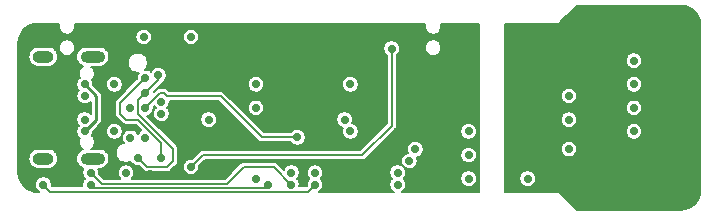
<source format=gbr>
G04 #@! TF.GenerationSoftware,KiCad,Pcbnew,(5.1.0)-1*
G04 #@! TF.CreationDate,2020-02-07T04:27:50-08:00*
G04 #@! TF.ProjectId,design,64657369-676e-42e6-9b69-6361645f7063,rev?*
G04 #@! TF.SameCoordinates,Original*
G04 #@! TF.FileFunction,Copper,L3,Inr*
G04 #@! TF.FilePolarity,Positive*
%FSLAX46Y46*%
G04 Gerber Fmt 4.6, Leading zero omitted, Abs format (unit mm)*
G04 Created by KiCad (PCBNEW (5.1.0)-1) date 2020-02-07 04:27:50*
%MOMM*%
%LPD*%
G04 APERTURE LIST*
%ADD10O,1.800000X1.000000*%
%ADD11O,2.100000X1.000000*%
%ADD12C,0.700000*%
%ADD13C,0.250000*%
%ADD14C,0.160000*%
%ADD15C,0.200000*%
G04 APERTURE END LIST*
D10*
X148000000Y-51680000D03*
X148000000Y-60320000D03*
D11*
X152180000Y-51680000D03*
X152180000Y-60320000D03*
D12*
X179500000Y-59500000D03*
X166000000Y-54000000D03*
X162000000Y-57000000D03*
X166000000Y-56000000D03*
X173500000Y-57000000D03*
X155365000Y-58540000D03*
X155365000Y-56000000D03*
X155000000Y-61500000D03*
X162000000Y-58000000D03*
X179500000Y-52500000D03*
X166000000Y-55000000D03*
X166000000Y-57000000D03*
X164000000Y-53000000D03*
X162000000Y-56000000D03*
X173500000Y-55000000D03*
X155365000Y-53460000D03*
X148000000Y-61500000D03*
X153000000Y-61500000D03*
X179000000Y-61500000D03*
X157000000Y-61590000D03*
X146500000Y-51000000D03*
X146500000Y-61000000D03*
X192500000Y-59500000D03*
X198000000Y-56000000D03*
X198000000Y-58000000D03*
X151499916Y-58000000D03*
X151500000Y-54000000D03*
X169000000Y-61500000D03*
X189000000Y-62000000D03*
X156635000Y-56000000D03*
X169500000Y-58500000D03*
X171000000Y-61500000D03*
X166000000Y-62000000D03*
X167000000Y-62500000D03*
X152000000Y-62500000D03*
X169000000Y-62500000D03*
X152000000Y-61500000D03*
X156500000Y-50000000D03*
X158000000Y-60250000D03*
X156635000Y-53460000D03*
X151500000Y-57000000D03*
X158000000Y-56500000D03*
X151500000Y-55000000D03*
X158000000Y-55500000D03*
X184000000Y-58000000D03*
X171000000Y-62500000D03*
X148000000Y-62500000D03*
X184000000Y-60000000D03*
X156635000Y-54730000D03*
X156000000Y-60250000D03*
X157731525Y-53231525D03*
X192500000Y-55000000D03*
X198000000Y-54000000D03*
X174000000Y-58000000D03*
X179000000Y-60500000D03*
X160500000Y-50000000D03*
X192500000Y-52500000D03*
X193000000Y-62000000D03*
X201000000Y-58000000D03*
X184000000Y-62000000D03*
X154000000Y-58000000D03*
X154000000Y-54000000D03*
X156635000Y-58540000D03*
X192500000Y-57000000D03*
X198000000Y-52000000D03*
X174000000Y-54000000D03*
X178000000Y-61500000D03*
X178000000Y-62500000D03*
X160500000Y-61000000D03*
X177500000Y-51000000D03*
D13*
X152500000Y-56999916D02*
X151499916Y-58000000D01*
X151500000Y-54000000D02*
X152500000Y-55000000D01*
X152500000Y-55000000D02*
X152500000Y-56999916D01*
D14*
X166500000Y-58500000D02*
X163000000Y-55000000D01*
X169500000Y-58500000D02*
X166500000Y-58500000D01*
X163000000Y-55000000D02*
X158500000Y-55000000D01*
X158500000Y-55000000D02*
X158250000Y-54750000D01*
X157725001Y-54909999D02*
X156635000Y-56000000D01*
X158250000Y-54750000D02*
X157885000Y-54750000D01*
X157885000Y-54750000D02*
X157725001Y-54909999D01*
X166730009Y-62769991D02*
X167000000Y-62500000D01*
X152269991Y-62769991D02*
X166730009Y-62769991D01*
X152000000Y-62500000D02*
X152269991Y-62769991D01*
X152949981Y-62449981D02*
X152000000Y-61500000D01*
X163550019Y-62449981D02*
X152949981Y-62449981D01*
X165000000Y-61000000D02*
X163550019Y-62449981D01*
X169000000Y-62500000D02*
X167500000Y-61000000D01*
X167500000Y-61000000D02*
X165000000Y-61000000D01*
X156635000Y-53460000D02*
X156172500Y-53922500D01*
X156172500Y-53922500D02*
X156000000Y-54095000D01*
X154500000Y-55595000D02*
X156172500Y-53922500D01*
X154500000Y-56500000D02*
X154500000Y-55595000D01*
X155000000Y-57000000D02*
X154500000Y-56500000D01*
X156000000Y-57000000D02*
X155000000Y-57000000D01*
X158000000Y-60250000D02*
X158000000Y-59000000D01*
X158000000Y-59000000D02*
X156000000Y-57000000D01*
X170409999Y-63090001D02*
X171000000Y-62500000D01*
X148590001Y-63090001D02*
X170409999Y-63090001D01*
X148000000Y-62500000D02*
X148590001Y-63090001D01*
X156000000Y-55365000D02*
X156635000Y-54730000D01*
X156750000Y-61000000D02*
X158500000Y-61000000D01*
X156000000Y-60250000D02*
X156750000Y-61000000D01*
X158500000Y-61000000D02*
X159000000Y-60500000D01*
X159000000Y-60500000D02*
X159000000Y-59500000D01*
X159000000Y-59500000D02*
X156000000Y-56500000D01*
X156000000Y-56500000D02*
X156000000Y-55365000D01*
X157731525Y-53633475D02*
X157731525Y-53231525D01*
X156635000Y-54730000D02*
X157731525Y-53633475D01*
X177500000Y-57500000D02*
X177500000Y-51000000D01*
X161500000Y-60000000D02*
X175000000Y-60000000D01*
X160500000Y-61000000D02*
X161500000Y-60000000D01*
X175000000Y-60000000D02*
X177500000Y-57500000D01*
D15*
G36*
X149323055Y-48894651D02*
G01*
X149296000Y-49030662D01*
X149296000Y-49169338D01*
X149323055Y-49305349D01*
X149376124Y-49433469D01*
X149453168Y-49548774D01*
X149551226Y-49646832D01*
X149666531Y-49723876D01*
X149794651Y-49776945D01*
X149930662Y-49804000D01*
X150069338Y-49804000D01*
X150205349Y-49776945D01*
X150333469Y-49723876D01*
X150448774Y-49646832D01*
X150546832Y-49548774D01*
X150623876Y-49433469D01*
X150676945Y-49305349D01*
X150704000Y-49169338D01*
X150704000Y-49030662D01*
X150676945Y-48894651D01*
X150670462Y-48879000D01*
X180329538Y-48879000D01*
X180323055Y-48894651D01*
X180296000Y-49030662D01*
X180296000Y-49169338D01*
X180323055Y-49305349D01*
X180376124Y-49433469D01*
X180453168Y-49548774D01*
X180551226Y-49646832D01*
X180666531Y-49723876D01*
X180794651Y-49776945D01*
X180930662Y-49804000D01*
X181069338Y-49804000D01*
X181205349Y-49776945D01*
X181333469Y-49723876D01*
X181448774Y-49646832D01*
X181546832Y-49548774D01*
X181623876Y-49433469D01*
X181676945Y-49305349D01*
X181704000Y-49169338D01*
X181704000Y-49030662D01*
X181676945Y-48894651D01*
X181670462Y-48879000D01*
X184900000Y-48879000D01*
X184900000Y-63121000D01*
X178337773Y-63121000D01*
X178448774Y-63046832D01*
X178546832Y-62948774D01*
X178623876Y-62833469D01*
X178676945Y-62705349D01*
X178704000Y-62569338D01*
X178704000Y-62430662D01*
X178676945Y-62294651D01*
X178623876Y-62166531D01*
X178546832Y-62051226D01*
X178495606Y-62000000D01*
X178546832Y-61948774D01*
X178558933Y-61930662D01*
X183296000Y-61930662D01*
X183296000Y-62069338D01*
X183323055Y-62205349D01*
X183376124Y-62333469D01*
X183453168Y-62448774D01*
X183551226Y-62546832D01*
X183666531Y-62623876D01*
X183794651Y-62676945D01*
X183930662Y-62704000D01*
X184069338Y-62704000D01*
X184205349Y-62676945D01*
X184333469Y-62623876D01*
X184448774Y-62546832D01*
X184546832Y-62448774D01*
X184623876Y-62333469D01*
X184676945Y-62205349D01*
X184704000Y-62069338D01*
X184704000Y-61930662D01*
X184676945Y-61794651D01*
X184623876Y-61666531D01*
X184546832Y-61551226D01*
X184448774Y-61453168D01*
X184333469Y-61376124D01*
X184205349Y-61323055D01*
X184069338Y-61296000D01*
X183930662Y-61296000D01*
X183794651Y-61323055D01*
X183666531Y-61376124D01*
X183551226Y-61453168D01*
X183453168Y-61551226D01*
X183376124Y-61666531D01*
X183323055Y-61794651D01*
X183296000Y-61930662D01*
X178558933Y-61930662D01*
X178623876Y-61833469D01*
X178676945Y-61705349D01*
X178704000Y-61569338D01*
X178704000Y-61430662D01*
X178676945Y-61294651D01*
X178623876Y-61166531D01*
X178546832Y-61051226D01*
X178448774Y-60953168D01*
X178333469Y-60876124D01*
X178205349Y-60823055D01*
X178069338Y-60796000D01*
X177930662Y-60796000D01*
X177794651Y-60823055D01*
X177666531Y-60876124D01*
X177551226Y-60953168D01*
X177453168Y-61051226D01*
X177376124Y-61166531D01*
X177323055Y-61294651D01*
X177296000Y-61430662D01*
X177296000Y-61569338D01*
X177323055Y-61705349D01*
X177376124Y-61833469D01*
X177453168Y-61948774D01*
X177504394Y-62000000D01*
X177453168Y-62051226D01*
X177376124Y-62166531D01*
X177323055Y-62294651D01*
X177296000Y-62430662D01*
X177296000Y-62569338D01*
X177323055Y-62705349D01*
X177376124Y-62833469D01*
X177453168Y-62948774D01*
X177551226Y-63046832D01*
X177662227Y-63121000D01*
X171337773Y-63121000D01*
X171448774Y-63046832D01*
X171546832Y-62948774D01*
X171623876Y-62833469D01*
X171676945Y-62705349D01*
X171704000Y-62569338D01*
X171704000Y-62430662D01*
X171676945Y-62294651D01*
X171623876Y-62166531D01*
X171546832Y-62051226D01*
X171495606Y-62000000D01*
X171546832Y-61948774D01*
X171623876Y-61833469D01*
X171676945Y-61705349D01*
X171704000Y-61569338D01*
X171704000Y-61430662D01*
X171676945Y-61294651D01*
X171623876Y-61166531D01*
X171546832Y-61051226D01*
X171448774Y-60953168D01*
X171333469Y-60876124D01*
X171205349Y-60823055D01*
X171069338Y-60796000D01*
X170930662Y-60796000D01*
X170794651Y-60823055D01*
X170666531Y-60876124D01*
X170551226Y-60953168D01*
X170453168Y-61051226D01*
X170376124Y-61166531D01*
X170323055Y-61294651D01*
X170296000Y-61430662D01*
X170296000Y-61569338D01*
X170323055Y-61705349D01*
X170376124Y-61833469D01*
X170453168Y-61948774D01*
X170504394Y-62000000D01*
X170453168Y-62051226D01*
X170376124Y-62166531D01*
X170323055Y-62294651D01*
X170296000Y-62430662D01*
X170296000Y-62569338D01*
X170299467Y-62586766D01*
X170230232Y-62656001D01*
X169686761Y-62656001D01*
X169704000Y-62569338D01*
X169704000Y-62430662D01*
X169676945Y-62294651D01*
X169623876Y-62166531D01*
X169546832Y-62051226D01*
X169495606Y-62000000D01*
X169546832Y-61948774D01*
X169623876Y-61833469D01*
X169676945Y-61705349D01*
X169704000Y-61569338D01*
X169704000Y-61430662D01*
X169676945Y-61294651D01*
X169623876Y-61166531D01*
X169546832Y-61051226D01*
X169448774Y-60953168D01*
X169333469Y-60876124D01*
X169205349Y-60823055D01*
X169069338Y-60796000D01*
X168930662Y-60796000D01*
X168794651Y-60823055D01*
X168666531Y-60876124D01*
X168551226Y-60953168D01*
X168453168Y-61051226D01*
X168376124Y-61166531D01*
X168348057Y-61234290D01*
X167821965Y-60708198D01*
X167808369Y-60691631D01*
X167742284Y-60637397D01*
X167666888Y-60597097D01*
X167585079Y-60572281D01*
X167521310Y-60566000D01*
X167500000Y-60563901D01*
X167478690Y-60566000D01*
X165021310Y-60566000D01*
X165000000Y-60563901D01*
X164978690Y-60566000D01*
X164914921Y-60572281D01*
X164833112Y-60597097D01*
X164757716Y-60637397D01*
X164691631Y-60691631D01*
X164678039Y-60708193D01*
X163370252Y-62015981D01*
X155479625Y-62015981D01*
X155546832Y-61948774D01*
X155623876Y-61833469D01*
X155676945Y-61705349D01*
X155704000Y-61569338D01*
X155704000Y-61430662D01*
X155676945Y-61294651D01*
X155623876Y-61166531D01*
X155546832Y-61051226D01*
X155448774Y-60953168D01*
X155333469Y-60876124D01*
X155205349Y-60823055D01*
X155069338Y-60796000D01*
X154930662Y-60796000D01*
X154794651Y-60823055D01*
X154666531Y-60876124D01*
X154551226Y-60953168D01*
X154453168Y-61051226D01*
X154376124Y-61166531D01*
X154323055Y-61294651D01*
X154296000Y-61430662D01*
X154296000Y-61569338D01*
X154323055Y-61705349D01*
X154376124Y-61833469D01*
X154453168Y-61948774D01*
X154520375Y-62015981D01*
X153129749Y-62015981D01*
X152700533Y-61586766D01*
X152704000Y-61569338D01*
X152704000Y-61430662D01*
X152676945Y-61294651D01*
X152626970Y-61174000D01*
X152771952Y-61174000D01*
X152897413Y-61161643D01*
X153058393Y-61112811D01*
X153206753Y-61033511D01*
X153336791Y-60926791D01*
X153443511Y-60796753D01*
X153522811Y-60648393D01*
X153571643Y-60487413D01*
X153588132Y-60320000D01*
X153571643Y-60152587D01*
X153522811Y-59991607D01*
X153443511Y-59843247D01*
X153336791Y-59713209D01*
X153206753Y-59606489D01*
X153058393Y-59527189D01*
X152897413Y-59478357D01*
X152771952Y-59466000D01*
X152042779Y-59466000D01*
X152059057Y-59457299D01*
X152162448Y-59372448D01*
X152247299Y-59269057D01*
X152310349Y-59151099D01*
X152349175Y-59023107D01*
X152362285Y-58890000D01*
X152349175Y-58756893D01*
X152310349Y-58628901D01*
X152247299Y-58510943D01*
X152162448Y-58407552D01*
X152105513Y-58360826D01*
X152123792Y-58333469D01*
X152176861Y-58205349D01*
X152203916Y-58069338D01*
X152203916Y-57973408D01*
X152246662Y-57930662D01*
X153296000Y-57930662D01*
X153296000Y-58069338D01*
X153323055Y-58205349D01*
X153376124Y-58333469D01*
X153453168Y-58448774D01*
X153551226Y-58546832D01*
X153666531Y-58623876D01*
X153794651Y-58676945D01*
X153930662Y-58704000D01*
X154069338Y-58704000D01*
X154205349Y-58676945D01*
X154333469Y-58623876D01*
X154448774Y-58546832D01*
X154546832Y-58448774D01*
X154623876Y-58333469D01*
X154676945Y-58205349D01*
X154704000Y-58069338D01*
X154704000Y-57930662D01*
X154676945Y-57794651D01*
X154623876Y-57666531D01*
X154546832Y-57551226D01*
X154448774Y-57453168D01*
X154333469Y-57376124D01*
X154205349Y-57323055D01*
X154069338Y-57296000D01*
X153930662Y-57296000D01*
X153794651Y-57323055D01*
X153666531Y-57376124D01*
X153551226Y-57453168D01*
X153453168Y-57551226D01*
X153376124Y-57666531D01*
X153323055Y-57794651D01*
X153296000Y-57930662D01*
X152246662Y-57930662D01*
X152822071Y-57355254D01*
X152840343Y-57340259D01*
X152866515Y-57308368D01*
X152900200Y-57267323D01*
X152944678Y-57184109D01*
X152944679Y-57184108D01*
X152972069Y-57093816D01*
X152979000Y-57023442D01*
X152979000Y-57023438D01*
X152981317Y-56999917D01*
X152979000Y-56976396D01*
X152979000Y-55595000D01*
X154063901Y-55595000D01*
X154066001Y-55616320D01*
X154066000Y-56478689D01*
X154063901Y-56500000D01*
X154066000Y-56521309D01*
X154072281Y-56585078D01*
X154097097Y-56666887D01*
X154137397Y-56742283D01*
X154191631Y-56808369D01*
X154208198Y-56821965D01*
X154678039Y-57291807D01*
X154691631Y-57308369D01*
X154757716Y-57362603D01*
X154827898Y-57400116D01*
X154833112Y-57402903D01*
X154914921Y-57427719D01*
X155000000Y-57436099D01*
X155021310Y-57434000D01*
X155820233Y-57434000D01*
X156302115Y-57915882D01*
X156301531Y-57916124D01*
X156186226Y-57993168D01*
X156088168Y-58091226D01*
X156011124Y-58206531D01*
X156000000Y-58233387D01*
X155988876Y-58206531D01*
X155911832Y-58091226D01*
X155813774Y-57993168D01*
X155698469Y-57916124D01*
X155570349Y-57863055D01*
X155434338Y-57836000D01*
X155295662Y-57836000D01*
X155159651Y-57863055D01*
X155031531Y-57916124D01*
X154916226Y-57993168D01*
X154818168Y-58091226D01*
X154741124Y-58206531D01*
X154688055Y-58334651D01*
X154661000Y-58470662D01*
X154661000Y-58609338D01*
X154688055Y-58745349D01*
X154741124Y-58873469D01*
X154811252Y-58978423D01*
X154736268Y-58993339D01*
X154581706Y-59057360D01*
X154442603Y-59150306D01*
X154324306Y-59268603D01*
X154231360Y-59407706D01*
X154167339Y-59562268D01*
X154134700Y-59726351D01*
X154134700Y-59893649D01*
X154167339Y-60057732D01*
X154231360Y-60212294D01*
X154324306Y-60351397D01*
X154442603Y-60469694D01*
X154581706Y-60562640D01*
X154736268Y-60626661D01*
X154900351Y-60659300D01*
X155067649Y-60659300D01*
X155231732Y-60626661D01*
X155370249Y-60569286D01*
X155376124Y-60583469D01*
X155453168Y-60698774D01*
X155551226Y-60796832D01*
X155666531Y-60873876D01*
X155794651Y-60926945D01*
X155930662Y-60954000D01*
X156069338Y-60954000D01*
X156086765Y-60950533D01*
X156428044Y-61291812D01*
X156441631Y-61308369D01*
X156507716Y-61362603D01*
X156583112Y-61402903D01*
X156647723Y-61422502D01*
X156664921Y-61427719D01*
X156749999Y-61436099D01*
X156771309Y-61434000D01*
X158478690Y-61434000D01*
X158500000Y-61436099D01*
X158521310Y-61434000D01*
X158585079Y-61427719D01*
X158666888Y-61402903D01*
X158742284Y-61362603D01*
X158808369Y-61308369D01*
X158821965Y-61291802D01*
X159183105Y-60930662D01*
X159796000Y-60930662D01*
X159796000Y-61069338D01*
X159823055Y-61205349D01*
X159876124Y-61333469D01*
X159953168Y-61448774D01*
X160051226Y-61546832D01*
X160166531Y-61623876D01*
X160294651Y-61676945D01*
X160430662Y-61704000D01*
X160569338Y-61704000D01*
X160705349Y-61676945D01*
X160833469Y-61623876D01*
X160948774Y-61546832D01*
X161046832Y-61448774D01*
X161123876Y-61333469D01*
X161176945Y-61205349D01*
X161204000Y-61069338D01*
X161204000Y-60930662D01*
X161200533Y-60913234D01*
X161679769Y-60434000D01*
X174978690Y-60434000D01*
X175000000Y-60436099D01*
X175021310Y-60434000D01*
X175055199Y-60430662D01*
X178296000Y-60430662D01*
X178296000Y-60569338D01*
X178323055Y-60705349D01*
X178376124Y-60833469D01*
X178453168Y-60948774D01*
X178551226Y-61046832D01*
X178666531Y-61123876D01*
X178794651Y-61176945D01*
X178930662Y-61204000D01*
X179069338Y-61204000D01*
X179205349Y-61176945D01*
X179333469Y-61123876D01*
X179448774Y-61046832D01*
X179546832Y-60948774D01*
X179623876Y-60833469D01*
X179676945Y-60705349D01*
X179704000Y-60569338D01*
X179704000Y-60430662D01*
X179676945Y-60294651D01*
X179634063Y-60191125D01*
X179705349Y-60176945D01*
X179833469Y-60123876D01*
X179948774Y-60046832D01*
X180046832Y-59948774D01*
X180058933Y-59930662D01*
X183296000Y-59930662D01*
X183296000Y-60069338D01*
X183323055Y-60205349D01*
X183376124Y-60333469D01*
X183453168Y-60448774D01*
X183551226Y-60546832D01*
X183666531Y-60623876D01*
X183794651Y-60676945D01*
X183930662Y-60704000D01*
X184069338Y-60704000D01*
X184205349Y-60676945D01*
X184333469Y-60623876D01*
X184448774Y-60546832D01*
X184546832Y-60448774D01*
X184623876Y-60333469D01*
X184676945Y-60205349D01*
X184704000Y-60069338D01*
X184704000Y-59930662D01*
X184676945Y-59794651D01*
X184623876Y-59666531D01*
X184546832Y-59551226D01*
X184448774Y-59453168D01*
X184333469Y-59376124D01*
X184205349Y-59323055D01*
X184069338Y-59296000D01*
X183930662Y-59296000D01*
X183794651Y-59323055D01*
X183666531Y-59376124D01*
X183551226Y-59453168D01*
X183453168Y-59551226D01*
X183376124Y-59666531D01*
X183323055Y-59794651D01*
X183296000Y-59930662D01*
X180058933Y-59930662D01*
X180123876Y-59833469D01*
X180176945Y-59705349D01*
X180204000Y-59569338D01*
X180204000Y-59430662D01*
X180176945Y-59294651D01*
X180123876Y-59166531D01*
X180046832Y-59051226D01*
X179948774Y-58953168D01*
X179833469Y-58876124D01*
X179705349Y-58823055D01*
X179569338Y-58796000D01*
X179430662Y-58796000D01*
X179294651Y-58823055D01*
X179166531Y-58876124D01*
X179051226Y-58953168D01*
X178953168Y-59051226D01*
X178876124Y-59166531D01*
X178823055Y-59294651D01*
X178796000Y-59430662D01*
X178796000Y-59569338D01*
X178823055Y-59705349D01*
X178865937Y-59808875D01*
X178794651Y-59823055D01*
X178666531Y-59876124D01*
X178551226Y-59953168D01*
X178453168Y-60051226D01*
X178376124Y-60166531D01*
X178323055Y-60294651D01*
X178296000Y-60430662D01*
X175055199Y-60430662D01*
X175085079Y-60427719D01*
X175166888Y-60402903D01*
X175242284Y-60362603D01*
X175308369Y-60308369D01*
X175321965Y-60291802D01*
X177683105Y-57930662D01*
X183296000Y-57930662D01*
X183296000Y-58069338D01*
X183323055Y-58205349D01*
X183376124Y-58333469D01*
X183453168Y-58448774D01*
X183551226Y-58546832D01*
X183666531Y-58623876D01*
X183794651Y-58676945D01*
X183930662Y-58704000D01*
X184069338Y-58704000D01*
X184205349Y-58676945D01*
X184333469Y-58623876D01*
X184448774Y-58546832D01*
X184546832Y-58448774D01*
X184623876Y-58333469D01*
X184676945Y-58205349D01*
X184704000Y-58069338D01*
X184704000Y-57930662D01*
X184676945Y-57794651D01*
X184623876Y-57666531D01*
X184546832Y-57551226D01*
X184448774Y-57453168D01*
X184333469Y-57376124D01*
X184205349Y-57323055D01*
X184069338Y-57296000D01*
X183930662Y-57296000D01*
X183794651Y-57323055D01*
X183666531Y-57376124D01*
X183551226Y-57453168D01*
X183453168Y-57551226D01*
X183376124Y-57666531D01*
X183323055Y-57794651D01*
X183296000Y-57930662D01*
X177683105Y-57930662D01*
X177791808Y-57821960D01*
X177808369Y-57808369D01*
X177862603Y-57742284D01*
X177902903Y-57666888D01*
X177927719Y-57585079D01*
X177934000Y-57521310D01*
X177934000Y-57521309D01*
X177936099Y-57500000D01*
X177934000Y-57478690D01*
X177934000Y-51556704D01*
X177948774Y-51546832D01*
X178046832Y-51448774D01*
X178123876Y-51333469D01*
X178176945Y-51205349D01*
X178204000Y-51069338D01*
X178204000Y-50930662D01*
X178184109Y-50830662D01*
X180296000Y-50830662D01*
X180296000Y-50969338D01*
X180323055Y-51105349D01*
X180376124Y-51233469D01*
X180453168Y-51348774D01*
X180551226Y-51446832D01*
X180666531Y-51523876D01*
X180794651Y-51576945D01*
X180930662Y-51604000D01*
X181069338Y-51604000D01*
X181205349Y-51576945D01*
X181333469Y-51523876D01*
X181448774Y-51446832D01*
X181546832Y-51348774D01*
X181623876Y-51233469D01*
X181676945Y-51105349D01*
X181704000Y-50969338D01*
X181704000Y-50830662D01*
X181676945Y-50694651D01*
X181623876Y-50566531D01*
X181546832Y-50451226D01*
X181448774Y-50353168D01*
X181333469Y-50276124D01*
X181205349Y-50223055D01*
X181069338Y-50196000D01*
X180930662Y-50196000D01*
X180794651Y-50223055D01*
X180666531Y-50276124D01*
X180551226Y-50353168D01*
X180453168Y-50451226D01*
X180376124Y-50566531D01*
X180323055Y-50694651D01*
X180296000Y-50830662D01*
X178184109Y-50830662D01*
X178176945Y-50794651D01*
X178123876Y-50666531D01*
X178046832Y-50551226D01*
X177948774Y-50453168D01*
X177833469Y-50376124D01*
X177705349Y-50323055D01*
X177569338Y-50296000D01*
X177430662Y-50296000D01*
X177294651Y-50323055D01*
X177166531Y-50376124D01*
X177051226Y-50453168D01*
X176953168Y-50551226D01*
X176876124Y-50666531D01*
X176823055Y-50794651D01*
X176796000Y-50930662D01*
X176796000Y-51069338D01*
X176823055Y-51205349D01*
X176876124Y-51333469D01*
X176953168Y-51448774D01*
X177051226Y-51546832D01*
X177066001Y-51556704D01*
X177066000Y-57320232D01*
X174820233Y-59566000D01*
X161521313Y-59566000D01*
X161500000Y-59563901D01*
X161414921Y-59572280D01*
X161333112Y-59597097D01*
X161257716Y-59637397D01*
X161191631Y-59691631D01*
X161178046Y-59708185D01*
X160586766Y-60299467D01*
X160569338Y-60296000D01*
X160430662Y-60296000D01*
X160294651Y-60323055D01*
X160166531Y-60376124D01*
X160051226Y-60453168D01*
X159953168Y-60551226D01*
X159876124Y-60666531D01*
X159823055Y-60794651D01*
X159796000Y-60930662D01*
X159183105Y-60930662D01*
X159291808Y-60821960D01*
X159308369Y-60808369D01*
X159362603Y-60742284D01*
X159402903Y-60666888D01*
X159427719Y-60585079D01*
X159434000Y-60521310D01*
X159434000Y-60521309D01*
X159436099Y-60500000D01*
X159434000Y-60478690D01*
X159434000Y-59521310D01*
X159436099Y-59500000D01*
X159427719Y-59414921D01*
X159402903Y-59333112D01*
X159382345Y-59294651D01*
X159362603Y-59257716D01*
X159308369Y-59191631D01*
X159291813Y-59178044D01*
X156798948Y-56685180D01*
X156840349Y-56676945D01*
X156968469Y-56623876D01*
X157083774Y-56546832D01*
X157181832Y-56448774D01*
X157258876Y-56333469D01*
X157311945Y-56205349D01*
X157339000Y-56069338D01*
X157339000Y-55930662D01*
X157335533Y-55913234D01*
X157391815Y-55856953D01*
X157453168Y-55948774D01*
X157504394Y-56000000D01*
X157453168Y-56051226D01*
X157376124Y-56166531D01*
X157323055Y-56294651D01*
X157296000Y-56430662D01*
X157296000Y-56569338D01*
X157323055Y-56705349D01*
X157376124Y-56833469D01*
X157453168Y-56948774D01*
X157551226Y-57046832D01*
X157666531Y-57123876D01*
X157794651Y-57176945D01*
X157930662Y-57204000D01*
X158069338Y-57204000D01*
X158205349Y-57176945D01*
X158333469Y-57123876D01*
X158448774Y-57046832D01*
X158546832Y-56948774D01*
X158558933Y-56930662D01*
X161296000Y-56930662D01*
X161296000Y-57069338D01*
X161323055Y-57205349D01*
X161376124Y-57333469D01*
X161453168Y-57448774D01*
X161551226Y-57546832D01*
X161666531Y-57623876D01*
X161794651Y-57676945D01*
X161930662Y-57704000D01*
X162069338Y-57704000D01*
X162205349Y-57676945D01*
X162333469Y-57623876D01*
X162448774Y-57546832D01*
X162546832Y-57448774D01*
X162623876Y-57333469D01*
X162676945Y-57205349D01*
X162704000Y-57069338D01*
X162704000Y-56930662D01*
X162676945Y-56794651D01*
X162623876Y-56666531D01*
X162546832Y-56551226D01*
X162448774Y-56453168D01*
X162333469Y-56376124D01*
X162205349Y-56323055D01*
X162069338Y-56296000D01*
X161930662Y-56296000D01*
X161794651Y-56323055D01*
X161666531Y-56376124D01*
X161551226Y-56453168D01*
X161453168Y-56551226D01*
X161376124Y-56666531D01*
X161323055Y-56794651D01*
X161296000Y-56930662D01*
X158558933Y-56930662D01*
X158623876Y-56833469D01*
X158676945Y-56705349D01*
X158704000Y-56569338D01*
X158704000Y-56430662D01*
X158676945Y-56294651D01*
X158623876Y-56166531D01*
X158546832Y-56051226D01*
X158495606Y-56000000D01*
X158546832Y-55948774D01*
X158623876Y-55833469D01*
X158676945Y-55705349D01*
X158704000Y-55569338D01*
X158704000Y-55434000D01*
X162820233Y-55434000D01*
X166178044Y-58791813D01*
X166191631Y-58808369D01*
X166257716Y-58862603D01*
X166333112Y-58902903D01*
X166414921Y-58927719D01*
X166499999Y-58936099D01*
X166521309Y-58934000D01*
X168943296Y-58934000D01*
X168953168Y-58948774D01*
X169051226Y-59046832D01*
X169166531Y-59123876D01*
X169294651Y-59176945D01*
X169430662Y-59204000D01*
X169569338Y-59204000D01*
X169705349Y-59176945D01*
X169833469Y-59123876D01*
X169948774Y-59046832D01*
X170046832Y-58948774D01*
X170123876Y-58833469D01*
X170176945Y-58705349D01*
X170204000Y-58569338D01*
X170204000Y-58430662D01*
X170176945Y-58294651D01*
X170123876Y-58166531D01*
X170046832Y-58051226D01*
X169948774Y-57953168D01*
X169833469Y-57876124D01*
X169705349Y-57823055D01*
X169569338Y-57796000D01*
X169430662Y-57796000D01*
X169294651Y-57823055D01*
X169166531Y-57876124D01*
X169051226Y-57953168D01*
X168953168Y-58051226D01*
X168943296Y-58066000D01*
X166679769Y-58066000D01*
X165544431Y-56930662D01*
X172796000Y-56930662D01*
X172796000Y-57069338D01*
X172823055Y-57205349D01*
X172876124Y-57333469D01*
X172953168Y-57448774D01*
X173051226Y-57546832D01*
X173166531Y-57623876D01*
X173294651Y-57676945D01*
X173365937Y-57691125D01*
X173323055Y-57794651D01*
X173296000Y-57930662D01*
X173296000Y-58069338D01*
X173323055Y-58205349D01*
X173376124Y-58333469D01*
X173453168Y-58448774D01*
X173551226Y-58546832D01*
X173666531Y-58623876D01*
X173794651Y-58676945D01*
X173930662Y-58704000D01*
X174069338Y-58704000D01*
X174205349Y-58676945D01*
X174333469Y-58623876D01*
X174448774Y-58546832D01*
X174546832Y-58448774D01*
X174623876Y-58333469D01*
X174676945Y-58205349D01*
X174704000Y-58069338D01*
X174704000Y-57930662D01*
X174676945Y-57794651D01*
X174623876Y-57666531D01*
X174546832Y-57551226D01*
X174448774Y-57453168D01*
X174333469Y-57376124D01*
X174205349Y-57323055D01*
X174134063Y-57308875D01*
X174176945Y-57205349D01*
X174204000Y-57069338D01*
X174204000Y-56930662D01*
X174176945Y-56794651D01*
X174123876Y-56666531D01*
X174046832Y-56551226D01*
X173948774Y-56453168D01*
X173833469Y-56376124D01*
X173705349Y-56323055D01*
X173569338Y-56296000D01*
X173430662Y-56296000D01*
X173294651Y-56323055D01*
X173166531Y-56376124D01*
X173051226Y-56453168D01*
X172953168Y-56551226D01*
X172876124Y-56666531D01*
X172823055Y-56794651D01*
X172796000Y-56930662D01*
X165544431Y-56930662D01*
X164544430Y-55930662D01*
X165296000Y-55930662D01*
X165296000Y-56069338D01*
X165323055Y-56205349D01*
X165376124Y-56333469D01*
X165453168Y-56448774D01*
X165551226Y-56546832D01*
X165666531Y-56623876D01*
X165794651Y-56676945D01*
X165930662Y-56704000D01*
X166069338Y-56704000D01*
X166205349Y-56676945D01*
X166333469Y-56623876D01*
X166448774Y-56546832D01*
X166546832Y-56448774D01*
X166623876Y-56333469D01*
X166676945Y-56205349D01*
X166704000Y-56069338D01*
X166704000Y-55930662D01*
X166676945Y-55794651D01*
X166623876Y-55666531D01*
X166546832Y-55551226D01*
X166448774Y-55453168D01*
X166333469Y-55376124D01*
X166205349Y-55323055D01*
X166069338Y-55296000D01*
X165930662Y-55296000D01*
X165794651Y-55323055D01*
X165666531Y-55376124D01*
X165551226Y-55453168D01*
X165453168Y-55551226D01*
X165376124Y-55666531D01*
X165323055Y-55794651D01*
X165296000Y-55930662D01*
X164544430Y-55930662D01*
X163321965Y-54708198D01*
X163308369Y-54691631D01*
X163242284Y-54637397D01*
X163166888Y-54597097D01*
X163085079Y-54572281D01*
X163021310Y-54566000D01*
X163000000Y-54563901D01*
X162978690Y-54566000D01*
X158679767Y-54566000D01*
X158571965Y-54458198D01*
X158558369Y-54441631D01*
X158492284Y-54387397D01*
X158416888Y-54347097D01*
X158335079Y-54322281D01*
X158271310Y-54316000D01*
X158250000Y-54313901D01*
X158228690Y-54316000D01*
X157906310Y-54316000D01*
X157885000Y-54313901D01*
X157863690Y-54316000D01*
X157799921Y-54322281D01*
X157718112Y-54347097D01*
X157642716Y-54387397D01*
X157576631Y-54441631D01*
X157563035Y-54458198D01*
X157433195Y-54588038D01*
X157433184Y-54588047D01*
X157339000Y-54682231D01*
X157339000Y-54660662D01*
X157335533Y-54643234D01*
X158023339Y-53955430D01*
X158039894Y-53941844D01*
X158049070Y-53930662D01*
X165296000Y-53930662D01*
X165296000Y-54069338D01*
X165323055Y-54205349D01*
X165376124Y-54333469D01*
X165453168Y-54448774D01*
X165551226Y-54546832D01*
X165666531Y-54623876D01*
X165794651Y-54676945D01*
X165930662Y-54704000D01*
X166069338Y-54704000D01*
X166205349Y-54676945D01*
X166333469Y-54623876D01*
X166448774Y-54546832D01*
X166546832Y-54448774D01*
X166623876Y-54333469D01*
X166676945Y-54205349D01*
X166704000Y-54069338D01*
X166704000Y-53930662D01*
X173296000Y-53930662D01*
X173296000Y-54069338D01*
X173323055Y-54205349D01*
X173376124Y-54333469D01*
X173453168Y-54448774D01*
X173551226Y-54546832D01*
X173666531Y-54623876D01*
X173794651Y-54676945D01*
X173930662Y-54704000D01*
X174069338Y-54704000D01*
X174205349Y-54676945D01*
X174333469Y-54623876D01*
X174448774Y-54546832D01*
X174546832Y-54448774D01*
X174623876Y-54333469D01*
X174676945Y-54205349D01*
X174704000Y-54069338D01*
X174704000Y-53930662D01*
X174676945Y-53794651D01*
X174623876Y-53666531D01*
X174546832Y-53551226D01*
X174448774Y-53453168D01*
X174333469Y-53376124D01*
X174205349Y-53323055D01*
X174069338Y-53296000D01*
X173930662Y-53296000D01*
X173794651Y-53323055D01*
X173666531Y-53376124D01*
X173551226Y-53453168D01*
X173453168Y-53551226D01*
X173376124Y-53666531D01*
X173323055Y-53794651D01*
X173296000Y-53930662D01*
X166704000Y-53930662D01*
X166676945Y-53794651D01*
X166623876Y-53666531D01*
X166546832Y-53551226D01*
X166448774Y-53453168D01*
X166333469Y-53376124D01*
X166205349Y-53323055D01*
X166069338Y-53296000D01*
X165930662Y-53296000D01*
X165794651Y-53323055D01*
X165666531Y-53376124D01*
X165551226Y-53453168D01*
X165453168Y-53551226D01*
X165376124Y-53666531D01*
X165323055Y-53794651D01*
X165296000Y-53930662D01*
X158049070Y-53930662D01*
X158094128Y-53875759D01*
X158127241Y-53813809D01*
X158180299Y-53778357D01*
X158278357Y-53680299D01*
X158355401Y-53564994D01*
X158408470Y-53436874D01*
X158435525Y-53300863D01*
X158435525Y-53162187D01*
X158408470Y-53026176D01*
X158355401Y-52898056D01*
X158278357Y-52782751D01*
X158180299Y-52684693D01*
X158064994Y-52607649D01*
X157936874Y-52554580D01*
X157800863Y-52527525D01*
X157662187Y-52527525D01*
X157526176Y-52554580D01*
X157398056Y-52607649D01*
X157282751Y-52684693D01*
X157184693Y-52782751D01*
X157107649Y-52898056D01*
X157096230Y-52925624D01*
X157083774Y-52913168D01*
X156968469Y-52836124D01*
X156840349Y-52783055D01*
X156704338Y-52756000D01*
X156635091Y-52756000D01*
X156659694Y-52731397D01*
X156752640Y-52592294D01*
X156816661Y-52437732D01*
X156849300Y-52273649D01*
X156849300Y-52106351D01*
X156816661Y-51942268D01*
X156752640Y-51787706D01*
X156659694Y-51648603D01*
X156541397Y-51530306D01*
X156402294Y-51437360D01*
X156247732Y-51373339D01*
X156083649Y-51340700D01*
X155916351Y-51340700D01*
X155752268Y-51373339D01*
X155597706Y-51437360D01*
X155458603Y-51530306D01*
X155340306Y-51648603D01*
X155247360Y-51787706D01*
X155183339Y-51942268D01*
X155150700Y-52106351D01*
X155150700Y-52273649D01*
X155183339Y-52437732D01*
X155247360Y-52592294D01*
X155340306Y-52731397D01*
X155458603Y-52849694D01*
X155597706Y-52942640D01*
X155752268Y-53006661D01*
X155916351Y-53039300D01*
X156069410Y-53039300D01*
X156011124Y-53126531D01*
X155958055Y-53254651D01*
X155931000Y-53390662D01*
X155931000Y-53529338D01*
X155934467Y-53546766D01*
X155880694Y-53600539D01*
X155880683Y-53600548D01*
X154208193Y-55273039D01*
X154191632Y-55286631D01*
X154137398Y-55352716D01*
X154130832Y-55365000D01*
X154097097Y-55428113D01*
X154072281Y-55509922D01*
X154063901Y-55595000D01*
X152979000Y-55595000D01*
X152979000Y-55023523D01*
X152981317Y-55000000D01*
X152977584Y-54962097D01*
X152972069Y-54906100D01*
X152944679Y-54815808D01*
X152944289Y-54815078D01*
X152900200Y-54732594D01*
X152866583Y-54691632D01*
X152840343Y-54659657D01*
X152822065Y-54644657D01*
X152204000Y-54026593D01*
X152204000Y-53930662D01*
X153296000Y-53930662D01*
X153296000Y-54069338D01*
X153323055Y-54205349D01*
X153376124Y-54333469D01*
X153453168Y-54448774D01*
X153551226Y-54546832D01*
X153666531Y-54623876D01*
X153794651Y-54676945D01*
X153930662Y-54704000D01*
X154069338Y-54704000D01*
X154205349Y-54676945D01*
X154333469Y-54623876D01*
X154448774Y-54546832D01*
X154546832Y-54448774D01*
X154623876Y-54333469D01*
X154676945Y-54205349D01*
X154704000Y-54069338D01*
X154704000Y-53930662D01*
X154676945Y-53794651D01*
X154623876Y-53666531D01*
X154546832Y-53551226D01*
X154448774Y-53453168D01*
X154333469Y-53376124D01*
X154205349Y-53323055D01*
X154069338Y-53296000D01*
X153930662Y-53296000D01*
X153794651Y-53323055D01*
X153666531Y-53376124D01*
X153551226Y-53453168D01*
X153453168Y-53551226D01*
X153376124Y-53666531D01*
X153323055Y-53794651D01*
X153296000Y-53930662D01*
X152204000Y-53930662D01*
X152176945Y-53794651D01*
X152123876Y-53666531D01*
X152105567Y-53639129D01*
X152162448Y-53592448D01*
X152247299Y-53489057D01*
X152310349Y-53371099D01*
X152349175Y-53243107D01*
X152362285Y-53110000D01*
X152349175Y-52976893D01*
X152310349Y-52848901D01*
X152247299Y-52730943D01*
X152162448Y-52627552D01*
X152059057Y-52542701D01*
X152042779Y-52534000D01*
X152771952Y-52534000D01*
X152897413Y-52521643D01*
X153058393Y-52472811D01*
X153206753Y-52393511D01*
X153336791Y-52286791D01*
X153443511Y-52156753D01*
X153522811Y-52008393D01*
X153571643Y-51847413D01*
X153588132Y-51680000D01*
X153571643Y-51512587D01*
X153522811Y-51351607D01*
X153443511Y-51203247D01*
X153336791Y-51073209D01*
X153206753Y-50966489D01*
X153058393Y-50887189D01*
X152897413Y-50838357D01*
X152771952Y-50826000D01*
X151588048Y-50826000D01*
X151462587Y-50838357D01*
X151301607Y-50887189D01*
X151153247Y-50966489D01*
X151023209Y-51073209D01*
X150916489Y-51203247D01*
X150837189Y-51351607D01*
X150788357Y-51512587D01*
X150771868Y-51680000D01*
X150788357Y-51847413D01*
X150837189Y-52008393D01*
X150916489Y-52156753D01*
X151023209Y-52286791D01*
X151153247Y-52393511D01*
X151301607Y-52472811D01*
X151384599Y-52497986D01*
X151300943Y-52542701D01*
X151197552Y-52627552D01*
X151112701Y-52730943D01*
X151049651Y-52848901D01*
X151010825Y-52976893D01*
X150997715Y-53110000D01*
X151010825Y-53243107D01*
X151049651Y-53371099D01*
X151082388Y-53432346D01*
X151051226Y-53453168D01*
X150953168Y-53551226D01*
X150876124Y-53666531D01*
X150823055Y-53794651D01*
X150796000Y-53930662D01*
X150796000Y-54069338D01*
X150823055Y-54205349D01*
X150876124Y-54333469D01*
X150953168Y-54448774D01*
X151004394Y-54500000D01*
X150953168Y-54551226D01*
X150876124Y-54666531D01*
X150823055Y-54794651D01*
X150796000Y-54930662D01*
X150796000Y-55069338D01*
X150823055Y-55205349D01*
X150876124Y-55333469D01*
X150953168Y-55448774D01*
X151051226Y-55546832D01*
X151166531Y-55623876D01*
X151294651Y-55676945D01*
X151430662Y-55704000D01*
X151569338Y-55704000D01*
X151705349Y-55676945D01*
X151833469Y-55623876D01*
X151948774Y-55546832D01*
X152021000Y-55474606D01*
X152021001Y-56525395D01*
X151948774Y-56453168D01*
X151833469Y-56376124D01*
X151705349Y-56323055D01*
X151569338Y-56296000D01*
X151430662Y-56296000D01*
X151294651Y-56323055D01*
X151166531Y-56376124D01*
X151051226Y-56453168D01*
X150953168Y-56551226D01*
X150876124Y-56666531D01*
X150823055Y-56794651D01*
X150796000Y-56930662D01*
X150796000Y-57069338D01*
X150823055Y-57205349D01*
X150876124Y-57333469D01*
X150953168Y-57448774D01*
X151004352Y-57499958D01*
X150953084Y-57551226D01*
X150876040Y-57666531D01*
X150822971Y-57794651D01*
X150795916Y-57930662D01*
X150795916Y-58069338D01*
X150822971Y-58205349D01*
X150876040Y-58333469D01*
X150953084Y-58448774D01*
X151051142Y-58546832D01*
X151082366Y-58567695D01*
X151049651Y-58628901D01*
X151010825Y-58756893D01*
X150997715Y-58890000D01*
X151010825Y-59023107D01*
X151049651Y-59151099D01*
X151112701Y-59269057D01*
X151197552Y-59372448D01*
X151300943Y-59457299D01*
X151384599Y-59502014D01*
X151301607Y-59527189D01*
X151153247Y-59606489D01*
X151023209Y-59713209D01*
X150916489Y-59843247D01*
X150837189Y-59991607D01*
X150788357Y-60152587D01*
X150771868Y-60320000D01*
X150788357Y-60487413D01*
X150837189Y-60648393D01*
X150916489Y-60796753D01*
X151023209Y-60926791D01*
X151153247Y-61033511D01*
X151301607Y-61112811D01*
X151393411Y-61140659D01*
X151376124Y-61166531D01*
X151323055Y-61294651D01*
X151296000Y-61430662D01*
X151296000Y-61569338D01*
X151323055Y-61705349D01*
X151376124Y-61833469D01*
X151453168Y-61948774D01*
X151504394Y-62000000D01*
X151453168Y-62051226D01*
X151376124Y-62166531D01*
X151323055Y-62294651D01*
X151296000Y-62430662D01*
X151296000Y-62569338D01*
X151313239Y-62656001D01*
X148769770Y-62656001D01*
X148700533Y-62586765D01*
X148704000Y-62569338D01*
X148704000Y-62430662D01*
X148676945Y-62294651D01*
X148623876Y-62166531D01*
X148546832Y-62051226D01*
X148448774Y-61953168D01*
X148333469Y-61876124D01*
X148205349Y-61823055D01*
X148069338Y-61796000D01*
X147930662Y-61796000D01*
X147794651Y-61823055D01*
X147666531Y-61876124D01*
X147551226Y-61953168D01*
X147453168Y-62051226D01*
X147376124Y-62166531D01*
X147323055Y-62294651D01*
X147296000Y-62430662D01*
X147296000Y-62569338D01*
X147323055Y-62705349D01*
X147376124Y-62833469D01*
X147453168Y-62948774D01*
X147551226Y-63046832D01*
X147662227Y-63121000D01*
X147518535Y-63121000D01*
X147185498Y-63088345D01*
X146882978Y-62997009D01*
X146603958Y-62848651D01*
X146359068Y-62648923D01*
X146157637Y-62405436D01*
X146007335Y-62127457D01*
X145913890Y-61825582D01*
X145879000Y-61493631D01*
X145879000Y-60320000D01*
X146741868Y-60320000D01*
X146758357Y-60487413D01*
X146807189Y-60648393D01*
X146886489Y-60796753D01*
X146993209Y-60926791D01*
X147123247Y-61033511D01*
X147271607Y-61112811D01*
X147432587Y-61161643D01*
X147558048Y-61174000D01*
X148441952Y-61174000D01*
X148567413Y-61161643D01*
X148728393Y-61112811D01*
X148876753Y-61033511D01*
X149006791Y-60926791D01*
X149113511Y-60796753D01*
X149192811Y-60648393D01*
X149241643Y-60487413D01*
X149258132Y-60320000D01*
X149241643Y-60152587D01*
X149192811Y-59991607D01*
X149113511Y-59843247D01*
X149006791Y-59713209D01*
X148876753Y-59606489D01*
X148728393Y-59527189D01*
X148567413Y-59478357D01*
X148441952Y-59466000D01*
X147558048Y-59466000D01*
X147432587Y-59478357D01*
X147271607Y-59527189D01*
X147123247Y-59606489D01*
X146993209Y-59713209D01*
X146886489Y-59843247D01*
X146807189Y-59991607D01*
X146758357Y-60152587D01*
X146741868Y-60320000D01*
X145879000Y-60320000D01*
X145879000Y-51680000D01*
X146741868Y-51680000D01*
X146758357Y-51847413D01*
X146807189Y-52008393D01*
X146886489Y-52156753D01*
X146993209Y-52286791D01*
X147123247Y-52393511D01*
X147271607Y-52472811D01*
X147432587Y-52521643D01*
X147558048Y-52534000D01*
X148441952Y-52534000D01*
X148567413Y-52521643D01*
X148728393Y-52472811D01*
X148876753Y-52393511D01*
X149006791Y-52286791D01*
X149113511Y-52156753D01*
X149192811Y-52008393D01*
X149241643Y-51847413D01*
X149258132Y-51680000D01*
X149241643Y-51512587D01*
X149192811Y-51351607D01*
X149113511Y-51203247D01*
X149006791Y-51073209D01*
X148876753Y-50966489D01*
X148728393Y-50887189D01*
X148567413Y-50838357D01*
X148489286Y-50830662D01*
X149296000Y-50830662D01*
X149296000Y-50969338D01*
X149323055Y-51105349D01*
X149376124Y-51233469D01*
X149453168Y-51348774D01*
X149551226Y-51446832D01*
X149666531Y-51523876D01*
X149794651Y-51576945D01*
X149930662Y-51604000D01*
X150069338Y-51604000D01*
X150205349Y-51576945D01*
X150333469Y-51523876D01*
X150448774Y-51446832D01*
X150546832Y-51348774D01*
X150623876Y-51233469D01*
X150676945Y-51105349D01*
X150704000Y-50969338D01*
X150704000Y-50830662D01*
X150676945Y-50694651D01*
X150623876Y-50566531D01*
X150546832Y-50451226D01*
X150448774Y-50353168D01*
X150333469Y-50276124D01*
X150205349Y-50223055D01*
X150069338Y-50196000D01*
X149930662Y-50196000D01*
X149794651Y-50223055D01*
X149666531Y-50276124D01*
X149551226Y-50353168D01*
X149453168Y-50451226D01*
X149376124Y-50566531D01*
X149323055Y-50694651D01*
X149296000Y-50830662D01*
X148489286Y-50830662D01*
X148441952Y-50826000D01*
X147558048Y-50826000D01*
X147432587Y-50838357D01*
X147271607Y-50887189D01*
X147123247Y-50966489D01*
X146993209Y-51073209D01*
X146886489Y-51203247D01*
X146807189Y-51351607D01*
X146758357Y-51512587D01*
X146741868Y-51680000D01*
X145879000Y-51680000D01*
X145879000Y-50518535D01*
X145911655Y-50185499D01*
X145988594Y-49930662D01*
X155796000Y-49930662D01*
X155796000Y-50069338D01*
X155823055Y-50205349D01*
X155876124Y-50333469D01*
X155953168Y-50448774D01*
X156051226Y-50546832D01*
X156166531Y-50623876D01*
X156294651Y-50676945D01*
X156430662Y-50704000D01*
X156569338Y-50704000D01*
X156705349Y-50676945D01*
X156833469Y-50623876D01*
X156948774Y-50546832D01*
X157046832Y-50448774D01*
X157123876Y-50333469D01*
X157176945Y-50205349D01*
X157204000Y-50069338D01*
X157204000Y-49930662D01*
X159796000Y-49930662D01*
X159796000Y-50069338D01*
X159823055Y-50205349D01*
X159876124Y-50333469D01*
X159953168Y-50448774D01*
X160051226Y-50546832D01*
X160166531Y-50623876D01*
X160294651Y-50676945D01*
X160430662Y-50704000D01*
X160569338Y-50704000D01*
X160705349Y-50676945D01*
X160833469Y-50623876D01*
X160948774Y-50546832D01*
X161046832Y-50448774D01*
X161123876Y-50333469D01*
X161176945Y-50205349D01*
X161204000Y-50069338D01*
X161204000Y-49930662D01*
X161176945Y-49794651D01*
X161123876Y-49666531D01*
X161046832Y-49551226D01*
X160948774Y-49453168D01*
X160833469Y-49376124D01*
X160705349Y-49323055D01*
X160569338Y-49296000D01*
X160430662Y-49296000D01*
X160294651Y-49323055D01*
X160166531Y-49376124D01*
X160051226Y-49453168D01*
X159953168Y-49551226D01*
X159876124Y-49666531D01*
X159823055Y-49794651D01*
X159796000Y-49930662D01*
X157204000Y-49930662D01*
X157176945Y-49794651D01*
X157123876Y-49666531D01*
X157046832Y-49551226D01*
X156948774Y-49453168D01*
X156833469Y-49376124D01*
X156705349Y-49323055D01*
X156569338Y-49296000D01*
X156430662Y-49296000D01*
X156294651Y-49323055D01*
X156166531Y-49376124D01*
X156051226Y-49453168D01*
X155953168Y-49551226D01*
X155876124Y-49666531D01*
X155823055Y-49794651D01*
X155796000Y-49930662D01*
X145988594Y-49930662D01*
X146002991Y-49882978D01*
X146151350Y-49603957D01*
X146351079Y-49359066D01*
X146594564Y-49157637D01*
X146872539Y-49007337D01*
X147174419Y-48913890D01*
X147506368Y-48879000D01*
X149329538Y-48879000D01*
X149323055Y-48894651D01*
X149323055Y-48894651D01*
G37*
X149323055Y-48894651D02*
X149296000Y-49030662D01*
X149296000Y-49169338D01*
X149323055Y-49305349D01*
X149376124Y-49433469D01*
X149453168Y-49548774D01*
X149551226Y-49646832D01*
X149666531Y-49723876D01*
X149794651Y-49776945D01*
X149930662Y-49804000D01*
X150069338Y-49804000D01*
X150205349Y-49776945D01*
X150333469Y-49723876D01*
X150448774Y-49646832D01*
X150546832Y-49548774D01*
X150623876Y-49433469D01*
X150676945Y-49305349D01*
X150704000Y-49169338D01*
X150704000Y-49030662D01*
X150676945Y-48894651D01*
X150670462Y-48879000D01*
X180329538Y-48879000D01*
X180323055Y-48894651D01*
X180296000Y-49030662D01*
X180296000Y-49169338D01*
X180323055Y-49305349D01*
X180376124Y-49433469D01*
X180453168Y-49548774D01*
X180551226Y-49646832D01*
X180666531Y-49723876D01*
X180794651Y-49776945D01*
X180930662Y-49804000D01*
X181069338Y-49804000D01*
X181205349Y-49776945D01*
X181333469Y-49723876D01*
X181448774Y-49646832D01*
X181546832Y-49548774D01*
X181623876Y-49433469D01*
X181676945Y-49305349D01*
X181704000Y-49169338D01*
X181704000Y-49030662D01*
X181676945Y-48894651D01*
X181670462Y-48879000D01*
X184900000Y-48879000D01*
X184900000Y-63121000D01*
X178337773Y-63121000D01*
X178448774Y-63046832D01*
X178546832Y-62948774D01*
X178623876Y-62833469D01*
X178676945Y-62705349D01*
X178704000Y-62569338D01*
X178704000Y-62430662D01*
X178676945Y-62294651D01*
X178623876Y-62166531D01*
X178546832Y-62051226D01*
X178495606Y-62000000D01*
X178546832Y-61948774D01*
X178558933Y-61930662D01*
X183296000Y-61930662D01*
X183296000Y-62069338D01*
X183323055Y-62205349D01*
X183376124Y-62333469D01*
X183453168Y-62448774D01*
X183551226Y-62546832D01*
X183666531Y-62623876D01*
X183794651Y-62676945D01*
X183930662Y-62704000D01*
X184069338Y-62704000D01*
X184205349Y-62676945D01*
X184333469Y-62623876D01*
X184448774Y-62546832D01*
X184546832Y-62448774D01*
X184623876Y-62333469D01*
X184676945Y-62205349D01*
X184704000Y-62069338D01*
X184704000Y-61930662D01*
X184676945Y-61794651D01*
X184623876Y-61666531D01*
X184546832Y-61551226D01*
X184448774Y-61453168D01*
X184333469Y-61376124D01*
X184205349Y-61323055D01*
X184069338Y-61296000D01*
X183930662Y-61296000D01*
X183794651Y-61323055D01*
X183666531Y-61376124D01*
X183551226Y-61453168D01*
X183453168Y-61551226D01*
X183376124Y-61666531D01*
X183323055Y-61794651D01*
X183296000Y-61930662D01*
X178558933Y-61930662D01*
X178623876Y-61833469D01*
X178676945Y-61705349D01*
X178704000Y-61569338D01*
X178704000Y-61430662D01*
X178676945Y-61294651D01*
X178623876Y-61166531D01*
X178546832Y-61051226D01*
X178448774Y-60953168D01*
X178333469Y-60876124D01*
X178205349Y-60823055D01*
X178069338Y-60796000D01*
X177930662Y-60796000D01*
X177794651Y-60823055D01*
X177666531Y-60876124D01*
X177551226Y-60953168D01*
X177453168Y-61051226D01*
X177376124Y-61166531D01*
X177323055Y-61294651D01*
X177296000Y-61430662D01*
X177296000Y-61569338D01*
X177323055Y-61705349D01*
X177376124Y-61833469D01*
X177453168Y-61948774D01*
X177504394Y-62000000D01*
X177453168Y-62051226D01*
X177376124Y-62166531D01*
X177323055Y-62294651D01*
X177296000Y-62430662D01*
X177296000Y-62569338D01*
X177323055Y-62705349D01*
X177376124Y-62833469D01*
X177453168Y-62948774D01*
X177551226Y-63046832D01*
X177662227Y-63121000D01*
X171337773Y-63121000D01*
X171448774Y-63046832D01*
X171546832Y-62948774D01*
X171623876Y-62833469D01*
X171676945Y-62705349D01*
X171704000Y-62569338D01*
X171704000Y-62430662D01*
X171676945Y-62294651D01*
X171623876Y-62166531D01*
X171546832Y-62051226D01*
X171495606Y-62000000D01*
X171546832Y-61948774D01*
X171623876Y-61833469D01*
X171676945Y-61705349D01*
X171704000Y-61569338D01*
X171704000Y-61430662D01*
X171676945Y-61294651D01*
X171623876Y-61166531D01*
X171546832Y-61051226D01*
X171448774Y-60953168D01*
X171333469Y-60876124D01*
X171205349Y-60823055D01*
X171069338Y-60796000D01*
X170930662Y-60796000D01*
X170794651Y-60823055D01*
X170666531Y-60876124D01*
X170551226Y-60953168D01*
X170453168Y-61051226D01*
X170376124Y-61166531D01*
X170323055Y-61294651D01*
X170296000Y-61430662D01*
X170296000Y-61569338D01*
X170323055Y-61705349D01*
X170376124Y-61833469D01*
X170453168Y-61948774D01*
X170504394Y-62000000D01*
X170453168Y-62051226D01*
X170376124Y-62166531D01*
X170323055Y-62294651D01*
X170296000Y-62430662D01*
X170296000Y-62569338D01*
X170299467Y-62586766D01*
X170230232Y-62656001D01*
X169686761Y-62656001D01*
X169704000Y-62569338D01*
X169704000Y-62430662D01*
X169676945Y-62294651D01*
X169623876Y-62166531D01*
X169546832Y-62051226D01*
X169495606Y-62000000D01*
X169546832Y-61948774D01*
X169623876Y-61833469D01*
X169676945Y-61705349D01*
X169704000Y-61569338D01*
X169704000Y-61430662D01*
X169676945Y-61294651D01*
X169623876Y-61166531D01*
X169546832Y-61051226D01*
X169448774Y-60953168D01*
X169333469Y-60876124D01*
X169205349Y-60823055D01*
X169069338Y-60796000D01*
X168930662Y-60796000D01*
X168794651Y-60823055D01*
X168666531Y-60876124D01*
X168551226Y-60953168D01*
X168453168Y-61051226D01*
X168376124Y-61166531D01*
X168348057Y-61234290D01*
X167821965Y-60708198D01*
X167808369Y-60691631D01*
X167742284Y-60637397D01*
X167666888Y-60597097D01*
X167585079Y-60572281D01*
X167521310Y-60566000D01*
X167500000Y-60563901D01*
X167478690Y-60566000D01*
X165021310Y-60566000D01*
X165000000Y-60563901D01*
X164978690Y-60566000D01*
X164914921Y-60572281D01*
X164833112Y-60597097D01*
X164757716Y-60637397D01*
X164691631Y-60691631D01*
X164678039Y-60708193D01*
X163370252Y-62015981D01*
X155479625Y-62015981D01*
X155546832Y-61948774D01*
X155623876Y-61833469D01*
X155676945Y-61705349D01*
X155704000Y-61569338D01*
X155704000Y-61430662D01*
X155676945Y-61294651D01*
X155623876Y-61166531D01*
X155546832Y-61051226D01*
X155448774Y-60953168D01*
X155333469Y-60876124D01*
X155205349Y-60823055D01*
X155069338Y-60796000D01*
X154930662Y-60796000D01*
X154794651Y-60823055D01*
X154666531Y-60876124D01*
X154551226Y-60953168D01*
X154453168Y-61051226D01*
X154376124Y-61166531D01*
X154323055Y-61294651D01*
X154296000Y-61430662D01*
X154296000Y-61569338D01*
X154323055Y-61705349D01*
X154376124Y-61833469D01*
X154453168Y-61948774D01*
X154520375Y-62015981D01*
X153129749Y-62015981D01*
X152700533Y-61586766D01*
X152704000Y-61569338D01*
X152704000Y-61430662D01*
X152676945Y-61294651D01*
X152626970Y-61174000D01*
X152771952Y-61174000D01*
X152897413Y-61161643D01*
X153058393Y-61112811D01*
X153206753Y-61033511D01*
X153336791Y-60926791D01*
X153443511Y-60796753D01*
X153522811Y-60648393D01*
X153571643Y-60487413D01*
X153588132Y-60320000D01*
X153571643Y-60152587D01*
X153522811Y-59991607D01*
X153443511Y-59843247D01*
X153336791Y-59713209D01*
X153206753Y-59606489D01*
X153058393Y-59527189D01*
X152897413Y-59478357D01*
X152771952Y-59466000D01*
X152042779Y-59466000D01*
X152059057Y-59457299D01*
X152162448Y-59372448D01*
X152247299Y-59269057D01*
X152310349Y-59151099D01*
X152349175Y-59023107D01*
X152362285Y-58890000D01*
X152349175Y-58756893D01*
X152310349Y-58628901D01*
X152247299Y-58510943D01*
X152162448Y-58407552D01*
X152105513Y-58360826D01*
X152123792Y-58333469D01*
X152176861Y-58205349D01*
X152203916Y-58069338D01*
X152203916Y-57973408D01*
X152246662Y-57930662D01*
X153296000Y-57930662D01*
X153296000Y-58069338D01*
X153323055Y-58205349D01*
X153376124Y-58333469D01*
X153453168Y-58448774D01*
X153551226Y-58546832D01*
X153666531Y-58623876D01*
X153794651Y-58676945D01*
X153930662Y-58704000D01*
X154069338Y-58704000D01*
X154205349Y-58676945D01*
X154333469Y-58623876D01*
X154448774Y-58546832D01*
X154546832Y-58448774D01*
X154623876Y-58333469D01*
X154676945Y-58205349D01*
X154704000Y-58069338D01*
X154704000Y-57930662D01*
X154676945Y-57794651D01*
X154623876Y-57666531D01*
X154546832Y-57551226D01*
X154448774Y-57453168D01*
X154333469Y-57376124D01*
X154205349Y-57323055D01*
X154069338Y-57296000D01*
X153930662Y-57296000D01*
X153794651Y-57323055D01*
X153666531Y-57376124D01*
X153551226Y-57453168D01*
X153453168Y-57551226D01*
X153376124Y-57666531D01*
X153323055Y-57794651D01*
X153296000Y-57930662D01*
X152246662Y-57930662D01*
X152822071Y-57355254D01*
X152840343Y-57340259D01*
X152866515Y-57308368D01*
X152900200Y-57267323D01*
X152944678Y-57184109D01*
X152944679Y-57184108D01*
X152972069Y-57093816D01*
X152979000Y-57023442D01*
X152979000Y-57023438D01*
X152981317Y-56999917D01*
X152979000Y-56976396D01*
X152979000Y-55595000D01*
X154063901Y-55595000D01*
X154066001Y-55616320D01*
X154066000Y-56478689D01*
X154063901Y-56500000D01*
X154066000Y-56521309D01*
X154072281Y-56585078D01*
X154097097Y-56666887D01*
X154137397Y-56742283D01*
X154191631Y-56808369D01*
X154208198Y-56821965D01*
X154678039Y-57291807D01*
X154691631Y-57308369D01*
X154757716Y-57362603D01*
X154827898Y-57400116D01*
X154833112Y-57402903D01*
X154914921Y-57427719D01*
X155000000Y-57436099D01*
X155021310Y-57434000D01*
X155820233Y-57434000D01*
X156302115Y-57915882D01*
X156301531Y-57916124D01*
X156186226Y-57993168D01*
X156088168Y-58091226D01*
X156011124Y-58206531D01*
X156000000Y-58233387D01*
X155988876Y-58206531D01*
X155911832Y-58091226D01*
X155813774Y-57993168D01*
X155698469Y-57916124D01*
X155570349Y-57863055D01*
X155434338Y-57836000D01*
X155295662Y-57836000D01*
X155159651Y-57863055D01*
X155031531Y-57916124D01*
X154916226Y-57993168D01*
X154818168Y-58091226D01*
X154741124Y-58206531D01*
X154688055Y-58334651D01*
X154661000Y-58470662D01*
X154661000Y-58609338D01*
X154688055Y-58745349D01*
X154741124Y-58873469D01*
X154811252Y-58978423D01*
X154736268Y-58993339D01*
X154581706Y-59057360D01*
X154442603Y-59150306D01*
X154324306Y-59268603D01*
X154231360Y-59407706D01*
X154167339Y-59562268D01*
X154134700Y-59726351D01*
X154134700Y-59893649D01*
X154167339Y-60057732D01*
X154231360Y-60212294D01*
X154324306Y-60351397D01*
X154442603Y-60469694D01*
X154581706Y-60562640D01*
X154736268Y-60626661D01*
X154900351Y-60659300D01*
X155067649Y-60659300D01*
X155231732Y-60626661D01*
X155370249Y-60569286D01*
X155376124Y-60583469D01*
X155453168Y-60698774D01*
X155551226Y-60796832D01*
X155666531Y-60873876D01*
X155794651Y-60926945D01*
X155930662Y-60954000D01*
X156069338Y-60954000D01*
X156086765Y-60950533D01*
X156428044Y-61291812D01*
X156441631Y-61308369D01*
X156507716Y-61362603D01*
X156583112Y-61402903D01*
X156647723Y-61422502D01*
X156664921Y-61427719D01*
X156749999Y-61436099D01*
X156771309Y-61434000D01*
X158478690Y-61434000D01*
X158500000Y-61436099D01*
X158521310Y-61434000D01*
X158585079Y-61427719D01*
X158666888Y-61402903D01*
X158742284Y-61362603D01*
X158808369Y-61308369D01*
X158821965Y-61291802D01*
X159183105Y-60930662D01*
X159796000Y-60930662D01*
X159796000Y-61069338D01*
X159823055Y-61205349D01*
X159876124Y-61333469D01*
X159953168Y-61448774D01*
X160051226Y-61546832D01*
X160166531Y-61623876D01*
X160294651Y-61676945D01*
X160430662Y-61704000D01*
X160569338Y-61704000D01*
X160705349Y-61676945D01*
X160833469Y-61623876D01*
X160948774Y-61546832D01*
X161046832Y-61448774D01*
X161123876Y-61333469D01*
X161176945Y-61205349D01*
X161204000Y-61069338D01*
X161204000Y-60930662D01*
X161200533Y-60913234D01*
X161679769Y-60434000D01*
X174978690Y-60434000D01*
X175000000Y-60436099D01*
X175021310Y-60434000D01*
X175055199Y-60430662D01*
X178296000Y-60430662D01*
X178296000Y-60569338D01*
X178323055Y-60705349D01*
X178376124Y-60833469D01*
X178453168Y-60948774D01*
X178551226Y-61046832D01*
X178666531Y-61123876D01*
X178794651Y-61176945D01*
X178930662Y-61204000D01*
X179069338Y-61204000D01*
X179205349Y-61176945D01*
X179333469Y-61123876D01*
X179448774Y-61046832D01*
X179546832Y-60948774D01*
X179623876Y-60833469D01*
X179676945Y-60705349D01*
X179704000Y-60569338D01*
X179704000Y-60430662D01*
X179676945Y-60294651D01*
X179634063Y-60191125D01*
X179705349Y-60176945D01*
X179833469Y-60123876D01*
X179948774Y-60046832D01*
X180046832Y-59948774D01*
X180058933Y-59930662D01*
X183296000Y-59930662D01*
X183296000Y-60069338D01*
X183323055Y-60205349D01*
X183376124Y-60333469D01*
X183453168Y-60448774D01*
X183551226Y-60546832D01*
X183666531Y-60623876D01*
X183794651Y-60676945D01*
X183930662Y-60704000D01*
X184069338Y-60704000D01*
X184205349Y-60676945D01*
X184333469Y-60623876D01*
X184448774Y-60546832D01*
X184546832Y-60448774D01*
X184623876Y-60333469D01*
X184676945Y-60205349D01*
X184704000Y-60069338D01*
X184704000Y-59930662D01*
X184676945Y-59794651D01*
X184623876Y-59666531D01*
X184546832Y-59551226D01*
X184448774Y-59453168D01*
X184333469Y-59376124D01*
X184205349Y-59323055D01*
X184069338Y-59296000D01*
X183930662Y-59296000D01*
X183794651Y-59323055D01*
X183666531Y-59376124D01*
X183551226Y-59453168D01*
X183453168Y-59551226D01*
X183376124Y-59666531D01*
X183323055Y-59794651D01*
X183296000Y-59930662D01*
X180058933Y-59930662D01*
X180123876Y-59833469D01*
X180176945Y-59705349D01*
X180204000Y-59569338D01*
X180204000Y-59430662D01*
X180176945Y-59294651D01*
X180123876Y-59166531D01*
X180046832Y-59051226D01*
X179948774Y-58953168D01*
X179833469Y-58876124D01*
X179705349Y-58823055D01*
X179569338Y-58796000D01*
X179430662Y-58796000D01*
X179294651Y-58823055D01*
X179166531Y-58876124D01*
X179051226Y-58953168D01*
X178953168Y-59051226D01*
X178876124Y-59166531D01*
X178823055Y-59294651D01*
X178796000Y-59430662D01*
X178796000Y-59569338D01*
X178823055Y-59705349D01*
X178865937Y-59808875D01*
X178794651Y-59823055D01*
X178666531Y-59876124D01*
X178551226Y-59953168D01*
X178453168Y-60051226D01*
X178376124Y-60166531D01*
X178323055Y-60294651D01*
X178296000Y-60430662D01*
X175055199Y-60430662D01*
X175085079Y-60427719D01*
X175166888Y-60402903D01*
X175242284Y-60362603D01*
X175308369Y-60308369D01*
X175321965Y-60291802D01*
X177683105Y-57930662D01*
X183296000Y-57930662D01*
X183296000Y-58069338D01*
X183323055Y-58205349D01*
X183376124Y-58333469D01*
X183453168Y-58448774D01*
X183551226Y-58546832D01*
X183666531Y-58623876D01*
X183794651Y-58676945D01*
X183930662Y-58704000D01*
X184069338Y-58704000D01*
X184205349Y-58676945D01*
X184333469Y-58623876D01*
X184448774Y-58546832D01*
X184546832Y-58448774D01*
X184623876Y-58333469D01*
X184676945Y-58205349D01*
X184704000Y-58069338D01*
X184704000Y-57930662D01*
X184676945Y-57794651D01*
X184623876Y-57666531D01*
X184546832Y-57551226D01*
X184448774Y-57453168D01*
X184333469Y-57376124D01*
X184205349Y-57323055D01*
X184069338Y-57296000D01*
X183930662Y-57296000D01*
X183794651Y-57323055D01*
X183666531Y-57376124D01*
X183551226Y-57453168D01*
X183453168Y-57551226D01*
X183376124Y-57666531D01*
X183323055Y-57794651D01*
X183296000Y-57930662D01*
X177683105Y-57930662D01*
X177791808Y-57821960D01*
X177808369Y-57808369D01*
X177862603Y-57742284D01*
X177902903Y-57666888D01*
X177927719Y-57585079D01*
X177934000Y-57521310D01*
X177934000Y-57521309D01*
X177936099Y-57500000D01*
X177934000Y-57478690D01*
X177934000Y-51556704D01*
X177948774Y-51546832D01*
X178046832Y-51448774D01*
X178123876Y-51333469D01*
X178176945Y-51205349D01*
X178204000Y-51069338D01*
X178204000Y-50930662D01*
X178184109Y-50830662D01*
X180296000Y-50830662D01*
X180296000Y-50969338D01*
X180323055Y-51105349D01*
X180376124Y-51233469D01*
X180453168Y-51348774D01*
X180551226Y-51446832D01*
X180666531Y-51523876D01*
X180794651Y-51576945D01*
X180930662Y-51604000D01*
X181069338Y-51604000D01*
X181205349Y-51576945D01*
X181333469Y-51523876D01*
X181448774Y-51446832D01*
X181546832Y-51348774D01*
X181623876Y-51233469D01*
X181676945Y-51105349D01*
X181704000Y-50969338D01*
X181704000Y-50830662D01*
X181676945Y-50694651D01*
X181623876Y-50566531D01*
X181546832Y-50451226D01*
X181448774Y-50353168D01*
X181333469Y-50276124D01*
X181205349Y-50223055D01*
X181069338Y-50196000D01*
X180930662Y-50196000D01*
X180794651Y-50223055D01*
X180666531Y-50276124D01*
X180551226Y-50353168D01*
X180453168Y-50451226D01*
X180376124Y-50566531D01*
X180323055Y-50694651D01*
X180296000Y-50830662D01*
X178184109Y-50830662D01*
X178176945Y-50794651D01*
X178123876Y-50666531D01*
X178046832Y-50551226D01*
X177948774Y-50453168D01*
X177833469Y-50376124D01*
X177705349Y-50323055D01*
X177569338Y-50296000D01*
X177430662Y-50296000D01*
X177294651Y-50323055D01*
X177166531Y-50376124D01*
X177051226Y-50453168D01*
X176953168Y-50551226D01*
X176876124Y-50666531D01*
X176823055Y-50794651D01*
X176796000Y-50930662D01*
X176796000Y-51069338D01*
X176823055Y-51205349D01*
X176876124Y-51333469D01*
X176953168Y-51448774D01*
X177051226Y-51546832D01*
X177066001Y-51556704D01*
X177066000Y-57320232D01*
X174820233Y-59566000D01*
X161521313Y-59566000D01*
X161500000Y-59563901D01*
X161414921Y-59572280D01*
X161333112Y-59597097D01*
X161257716Y-59637397D01*
X161191631Y-59691631D01*
X161178046Y-59708185D01*
X160586766Y-60299467D01*
X160569338Y-60296000D01*
X160430662Y-60296000D01*
X160294651Y-60323055D01*
X160166531Y-60376124D01*
X160051226Y-60453168D01*
X159953168Y-60551226D01*
X159876124Y-60666531D01*
X159823055Y-60794651D01*
X159796000Y-60930662D01*
X159183105Y-60930662D01*
X159291808Y-60821960D01*
X159308369Y-60808369D01*
X159362603Y-60742284D01*
X159402903Y-60666888D01*
X159427719Y-60585079D01*
X159434000Y-60521310D01*
X159434000Y-60521309D01*
X159436099Y-60500000D01*
X159434000Y-60478690D01*
X159434000Y-59521310D01*
X159436099Y-59500000D01*
X159427719Y-59414921D01*
X159402903Y-59333112D01*
X159382345Y-59294651D01*
X159362603Y-59257716D01*
X159308369Y-59191631D01*
X159291813Y-59178044D01*
X156798948Y-56685180D01*
X156840349Y-56676945D01*
X156968469Y-56623876D01*
X157083774Y-56546832D01*
X157181832Y-56448774D01*
X157258876Y-56333469D01*
X157311945Y-56205349D01*
X157339000Y-56069338D01*
X157339000Y-55930662D01*
X157335533Y-55913234D01*
X157391815Y-55856953D01*
X157453168Y-55948774D01*
X157504394Y-56000000D01*
X157453168Y-56051226D01*
X157376124Y-56166531D01*
X157323055Y-56294651D01*
X157296000Y-56430662D01*
X157296000Y-56569338D01*
X157323055Y-56705349D01*
X157376124Y-56833469D01*
X157453168Y-56948774D01*
X157551226Y-57046832D01*
X157666531Y-57123876D01*
X157794651Y-57176945D01*
X157930662Y-57204000D01*
X158069338Y-57204000D01*
X158205349Y-57176945D01*
X158333469Y-57123876D01*
X158448774Y-57046832D01*
X158546832Y-56948774D01*
X158558933Y-56930662D01*
X161296000Y-56930662D01*
X161296000Y-57069338D01*
X161323055Y-57205349D01*
X161376124Y-57333469D01*
X161453168Y-57448774D01*
X161551226Y-57546832D01*
X161666531Y-57623876D01*
X161794651Y-57676945D01*
X161930662Y-57704000D01*
X162069338Y-57704000D01*
X162205349Y-57676945D01*
X162333469Y-57623876D01*
X162448774Y-57546832D01*
X162546832Y-57448774D01*
X162623876Y-57333469D01*
X162676945Y-57205349D01*
X162704000Y-57069338D01*
X162704000Y-56930662D01*
X162676945Y-56794651D01*
X162623876Y-56666531D01*
X162546832Y-56551226D01*
X162448774Y-56453168D01*
X162333469Y-56376124D01*
X162205349Y-56323055D01*
X162069338Y-56296000D01*
X161930662Y-56296000D01*
X161794651Y-56323055D01*
X161666531Y-56376124D01*
X161551226Y-56453168D01*
X161453168Y-56551226D01*
X161376124Y-56666531D01*
X161323055Y-56794651D01*
X161296000Y-56930662D01*
X158558933Y-56930662D01*
X158623876Y-56833469D01*
X158676945Y-56705349D01*
X158704000Y-56569338D01*
X158704000Y-56430662D01*
X158676945Y-56294651D01*
X158623876Y-56166531D01*
X158546832Y-56051226D01*
X158495606Y-56000000D01*
X158546832Y-55948774D01*
X158623876Y-55833469D01*
X158676945Y-55705349D01*
X158704000Y-55569338D01*
X158704000Y-55434000D01*
X162820233Y-55434000D01*
X166178044Y-58791813D01*
X166191631Y-58808369D01*
X166257716Y-58862603D01*
X166333112Y-58902903D01*
X166414921Y-58927719D01*
X166499999Y-58936099D01*
X166521309Y-58934000D01*
X168943296Y-58934000D01*
X168953168Y-58948774D01*
X169051226Y-59046832D01*
X169166531Y-59123876D01*
X169294651Y-59176945D01*
X169430662Y-59204000D01*
X169569338Y-59204000D01*
X169705349Y-59176945D01*
X169833469Y-59123876D01*
X169948774Y-59046832D01*
X170046832Y-58948774D01*
X170123876Y-58833469D01*
X170176945Y-58705349D01*
X170204000Y-58569338D01*
X170204000Y-58430662D01*
X170176945Y-58294651D01*
X170123876Y-58166531D01*
X170046832Y-58051226D01*
X169948774Y-57953168D01*
X169833469Y-57876124D01*
X169705349Y-57823055D01*
X169569338Y-57796000D01*
X169430662Y-57796000D01*
X169294651Y-57823055D01*
X169166531Y-57876124D01*
X169051226Y-57953168D01*
X168953168Y-58051226D01*
X168943296Y-58066000D01*
X166679769Y-58066000D01*
X165544431Y-56930662D01*
X172796000Y-56930662D01*
X172796000Y-57069338D01*
X172823055Y-57205349D01*
X172876124Y-57333469D01*
X172953168Y-57448774D01*
X173051226Y-57546832D01*
X173166531Y-57623876D01*
X173294651Y-57676945D01*
X173365937Y-57691125D01*
X173323055Y-57794651D01*
X173296000Y-57930662D01*
X173296000Y-58069338D01*
X173323055Y-58205349D01*
X173376124Y-58333469D01*
X173453168Y-58448774D01*
X173551226Y-58546832D01*
X173666531Y-58623876D01*
X173794651Y-58676945D01*
X173930662Y-58704000D01*
X174069338Y-58704000D01*
X174205349Y-58676945D01*
X174333469Y-58623876D01*
X174448774Y-58546832D01*
X174546832Y-58448774D01*
X174623876Y-58333469D01*
X174676945Y-58205349D01*
X174704000Y-58069338D01*
X174704000Y-57930662D01*
X174676945Y-57794651D01*
X174623876Y-57666531D01*
X174546832Y-57551226D01*
X174448774Y-57453168D01*
X174333469Y-57376124D01*
X174205349Y-57323055D01*
X174134063Y-57308875D01*
X174176945Y-57205349D01*
X174204000Y-57069338D01*
X174204000Y-56930662D01*
X174176945Y-56794651D01*
X174123876Y-56666531D01*
X174046832Y-56551226D01*
X173948774Y-56453168D01*
X173833469Y-56376124D01*
X173705349Y-56323055D01*
X173569338Y-56296000D01*
X173430662Y-56296000D01*
X173294651Y-56323055D01*
X173166531Y-56376124D01*
X173051226Y-56453168D01*
X172953168Y-56551226D01*
X172876124Y-56666531D01*
X172823055Y-56794651D01*
X172796000Y-56930662D01*
X165544431Y-56930662D01*
X164544430Y-55930662D01*
X165296000Y-55930662D01*
X165296000Y-56069338D01*
X165323055Y-56205349D01*
X165376124Y-56333469D01*
X165453168Y-56448774D01*
X165551226Y-56546832D01*
X165666531Y-56623876D01*
X165794651Y-56676945D01*
X165930662Y-56704000D01*
X166069338Y-56704000D01*
X166205349Y-56676945D01*
X166333469Y-56623876D01*
X166448774Y-56546832D01*
X166546832Y-56448774D01*
X166623876Y-56333469D01*
X166676945Y-56205349D01*
X166704000Y-56069338D01*
X166704000Y-55930662D01*
X166676945Y-55794651D01*
X166623876Y-55666531D01*
X166546832Y-55551226D01*
X166448774Y-55453168D01*
X166333469Y-55376124D01*
X166205349Y-55323055D01*
X166069338Y-55296000D01*
X165930662Y-55296000D01*
X165794651Y-55323055D01*
X165666531Y-55376124D01*
X165551226Y-55453168D01*
X165453168Y-55551226D01*
X165376124Y-55666531D01*
X165323055Y-55794651D01*
X165296000Y-55930662D01*
X164544430Y-55930662D01*
X163321965Y-54708198D01*
X163308369Y-54691631D01*
X163242284Y-54637397D01*
X163166888Y-54597097D01*
X163085079Y-54572281D01*
X163021310Y-54566000D01*
X163000000Y-54563901D01*
X162978690Y-54566000D01*
X158679767Y-54566000D01*
X158571965Y-54458198D01*
X158558369Y-54441631D01*
X158492284Y-54387397D01*
X158416888Y-54347097D01*
X158335079Y-54322281D01*
X158271310Y-54316000D01*
X158250000Y-54313901D01*
X158228690Y-54316000D01*
X157906310Y-54316000D01*
X157885000Y-54313901D01*
X157863690Y-54316000D01*
X157799921Y-54322281D01*
X157718112Y-54347097D01*
X157642716Y-54387397D01*
X157576631Y-54441631D01*
X157563035Y-54458198D01*
X157433195Y-54588038D01*
X157433184Y-54588047D01*
X157339000Y-54682231D01*
X157339000Y-54660662D01*
X157335533Y-54643234D01*
X158023339Y-53955430D01*
X158039894Y-53941844D01*
X158049070Y-53930662D01*
X165296000Y-53930662D01*
X165296000Y-54069338D01*
X165323055Y-54205349D01*
X165376124Y-54333469D01*
X165453168Y-54448774D01*
X165551226Y-54546832D01*
X165666531Y-54623876D01*
X165794651Y-54676945D01*
X165930662Y-54704000D01*
X166069338Y-54704000D01*
X166205349Y-54676945D01*
X166333469Y-54623876D01*
X166448774Y-54546832D01*
X166546832Y-54448774D01*
X166623876Y-54333469D01*
X166676945Y-54205349D01*
X166704000Y-54069338D01*
X166704000Y-53930662D01*
X173296000Y-53930662D01*
X173296000Y-54069338D01*
X173323055Y-54205349D01*
X173376124Y-54333469D01*
X173453168Y-54448774D01*
X173551226Y-54546832D01*
X173666531Y-54623876D01*
X173794651Y-54676945D01*
X173930662Y-54704000D01*
X174069338Y-54704000D01*
X174205349Y-54676945D01*
X174333469Y-54623876D01*
X174448774Y-54546832D01*
X174546832Y-54448774D01*
X174623876Y-54333469D01*
X174676945Y-54205349D01*
X174704000Y-54069338D01*
X174704000Y-53930662D01*
X174676945Y-53794651D01*
X174623876Y-53666531D01*
X174546832Y-53551226D01*
X174448774Y-53453168D01*
X174333469Y-53376124D01*
X174205349Y-53323055D01*
X174069338Y-53296000D01*
X173930662Y-53296000D01*
X173794651Y-53323055D01*
X173666531Y-53376124D01*
X173551226Y-53453168D01*
X173453168Y-53551226D01*
X173376124Y-53666531D01*
X173323055Y-53794651D01*
X173296000Y-53930662D01*
X166704000Y-53930662D01*
X166676945Y-53794651D01*
X166623876Y-53666531D01*
X166546832Y-53551226D01*
X166448774Y-53453168D01*
X166333469Y-53376124D01*
X166205349Y-53323055D01*
X166069338Y-53296000D01*
X165930662Y-53296000D01*
X165794651Y-53323055D01*
X165666531Y-53376124D01*
X165551226Y-53453168D01*
X165453168Y-53551226D01*
X165376124Y-53666531D01*
X165323055Y-53794651D01*
X165296000Y-53930662D01*
X158049070Y-53930662D01*
X158094128Y-53875759D01*
X158127241Y-53813809D01*
X158180299Y-53778357D01*
X158278357Y-53680299D01*
X158355401Y-53564994D01*
X158408470Y-53436874D01*
X158435525Y-53300863D01*
X158435525Y-53162187D01*
X158408470Y-53026176D01*
X158355401Y-52898056D01*
X158278357Y-52782751D01*
X158180299Y-52684693D01*
X158064994Y-52607649D01*
X157936874Y-52554580D01*
X157800863Y-52527525D01*
X157662187Y-52527525D01*
X157526176Y-52554580D01*
X157398056Y-52607649D01*
X157282751Y-52684693D01*
X157184693Y-52782751D01*
X157107649Y-52898056D01*
X157096230Y-52925624D01*
X157083774Y-52913168D01*
X156968469Y-52836124D01*
X156840349Y-52783055D01*
X156704338Y-52756000D01*
X156635091Y-52756000D01*
X156659694Y-52731397D01*
X156752640Y-52592294D01*
X156816661Y-52437732D01*
X156849300Y-52273649D01*
X156849300Y-52106351D01*
X156816661Y-51942268D01*
X156752640Y-51787706D01*
X156659694Y-51648603D01*
X156541397Y-51530306D01*
X156402294Y-51437360D01*
X156247732Y-51373339D01*
X156083649Y-51340700D01*
X155916351Y-51340700D01*
X155752268Y-51373339D01*
X155597706Y-51437360D01*
X155458603Y-51530306D01*
X155340306Y-51648603D01*
X155247360Y-51787706D01*
X155183339Y-51942268D01*
X155150700Y-52106351D01*
X155150700Y-52273649D01*
X155183339Y-52437732D01*
X155247360Y-52592294D01*
X155340306Y-52731397D01*
X155458603Y-52849694D01*
X155597706Y-52942640D01*
X155752268Y-53006661D01*
X155916351Y-53039300D01*
X156069410Y-53039300D01*
X156011124Y-53126531D01*
X155958055Y-53254651D01*
X155931000Y-53390662D01*
X155931000Y-53529338D01*
X155934467Y-53546766D01*
X155880694Y-53600539D01*
X155880683Y-53600548D01*
X154208193Y-55273039D01*
X154191632Y-55286631D01*
X154137398Y-55352716D01*
X154130832Y-55365000D01*
X154097097Y-55428113D01*
X154072281Y-55509922D01*
X154063901Y-55595000D01*
X152979000Y-55595000D01*
X152979000Y-55023523D01*
X152981317Y-55000000D01*
X152977584Y-54962097D01*
X152972069Y-54906100D01*
X152944679Y-54815808D01*
X152944289Y-54815078D01*
X152900200Y-54732594D01*
X152866583Y-54691632D01*
X152840343Y-54659657D01*
X152822065Y-54644657D01*
X152204000Y-54026593D01*
X152204000Y-53930662D01*
X153296000Y-53930662D01*
X153296000Y-54069338D01*
X153323055Y-54205349D01*
X153376124Y-54333469D01*
X153453168Y-54448774D01*
X153551226Y-54546832D01*
X153666531Y-54623876D01*
X153794651Y-54676945D01*
X153930662Y-54704000D01*
X154069338Y-54704000D01*
X154205349Y-54676945D01*
X154333469Y-54623876D01*
X154448774Y-54546832D01*
X154546832Y-54448774D01*
X154623876Y-54333469D01*
X154676945Y-54205349D01*
X154704000Y-54069338D01*
X154704000Y-53930662D01*
X154676945Y-53794651D01*
X154623876Y-53666531D01*
X154546832Y-53551226D01*
X154448774Y-53453168D01*
X154333469Y-53376124D01*
X154205349Y-53323055D01*
X154069338Y-53296000D01*
X153930662Y-53296000D01*
X153794651Y-53323055D01*
X153666531Y-53376124D01*
X153551226Y-53453168D01*
X153453168Y-53551226D01*
X153376124Y-53666531D01*
X153323055Y-53794651D01*
X153296000Y-53930662D01*
X152204000Y-53930662D01*
X152176945Y-53794651D01*
X152123876Y-53666531D01*
X152105567Y-53639129D01*
X152162448Y-53592448D01*
X152247299Y-53489057D01*
X152310349Y-53371099D01*
X152349175Y-53243107D01*
X152362285Y-53110000D01*
X152349175Y-52976893D01*
X152310349Y-52848901D01*
X152247299Y-52730943D01*
X152162448Y-52627552D01*
X152059057Y-52542701D01*
X152042779Y-52534000D01*
X152771952Y-52534000D01*
X152897413Y-52521643D01*
X153058393Y-52472811D01*
X153206753Y-52393511D01*
X153336791Y-52286791D01*
X153443511Y-52156753D01*
X153522811Y-52008393D01*
X153571643Y-51847413D01*
X153588132Y-51680000D01*
X153571643Y-51512587D01*
X153522811Y-51351607D01*
X153443511Y-51203247D01*
X153336791Y-51073209D01*
X153206753Y-50966489D01*
X153058393Y-50887189D01*
X152897413Y-50838357D01*
X152771952Y-50826000D01*
X151588048Y-50826000D01*
X151462587Y-50838357D01*
X151301607Y-50887189D01*
X151153247Y-50966489D01*
X151023209Y-51073209D01*
X150916489Y-51203247D01*
X150837189Y-51351607D01*
X150788357Y-51512587D01*
X150771868Y-51680000D01*
X150788357Y-51847413D01*
X150837189Y-52008393D01*
X150916489Y-52156753D01*
X151023209Y-52286791D01*
X151153247Y-52393511D01*
X151301607Y-52472811D01*
X151384599Y-52497986D01*
X151300943Y-52542701D01*
X151197552Y-52627552D01*
X151112701Y-52730943D01*
X151049651Y-52848901D01*
X151010825Y-52976893D01*
X150997715Y-53110000D01*
X151010825Y-53243107D01*
X151049651Y-53371099D01*
X151082388Y-53432346D01*
X151051226Y-53453168D01*
X150953168Y-53551226D01*
X150876124Y-53666531D01*
X150823055Y-53794651D01*
X150796000Y-53930662D01*
X150796000Y-54069338D01*
X150823055Y-54205349D01*
X150876124Y-54333469D01*
X150953168Y-54448774D01*
X151004394Y-54500000D01*
X150953168Y-54551226D01*
X150876124Y-54666531D01*
X150823055Y-54794651D01*
X150796000Y-54930662D01*
X150796000Y-55069338D01*
X150823055Y-55205349D01*
X150876124Y-55333469D01*
X150953168Y-55448774D01*
X151051226Y-55546832D01*
X151166531Y-55623876D01*
X151294651Y-55676945D01*
X151430662Y-55704000D01*
X151569338Y-55704000D01*
X151705349Y-55676945D01*
X151833469Y-55623876D01*
X151948774Y-55546832D01*
X152021000Y-55474606D01*
X152021001Y-56525395D01*
X151948774Y-56453168D01*
X151833469Y-56376124D01*
X151705349Y-56323055D01*
X151569338Y-56296000D01*
X151430662Y-56296000D01*
X151294651Y-56323055D01*
X151166531Y-56376124D01*
X151051226Y-56453168D01*
X150953168Y-56551226D01*
X150876124Y-56666531D01*
X150823055Y-56794651D01*
X150796000Y-56930662D01*
X150796000Y-57069338D01*
X150823055Y-57205349D01*
X150876124Y-57333469D01*
X150953168Y-57448774D01*
X151004352Y-57499958D01*
X150953084Y-57551226D01*
X150876040Y-57666531D01*
X150822971Y-57794651D01*
X150795916Y-57930662D01*
X150795916Y-58069338D01*
X150822971Y-58205349D01*
X150876040Y-58333469D01*
X150953084Y-58448774D01*
X151051142Y-58546832D01*
X151082366Y-58567695D01*
X151049651Y-58628901D01*
X151010825Y-58756893D01*
X150997715Y-58890000D01*
X151010825Y-59023107D01*
X151049651Y-59151099D01*
X151112701Y-59269057D01*
X151197552Y-59372448D01*
X151300943Y-59457299D01*
X151384599Y-59502014D01*
X151301607Y-59527189D01*
X151153247Y-59606489D01*
X151023209Y-59713209D01*
X150916489Y-59843247D01*
X150837189Y-59991607D01*
X150788357Y-60152587D01*
X150771868Y-60320000D01*
X150788357Y-60487413D01*
X150837189Y-60648393D01*
X150916489Y-60796753D01*
X151023209Y-60926791D01*
X151153247Y-61033511D01*
X151301607Y-61112811D01*
X151393411Y-61140659D01*
X151376124Y-61166531D01*
X151323055Y-61294651D01*
X151296000Y-61430662D01*
X151296000Y-61569338D01*
X151323055Y-61705349D01*
X151376124Y-61833469D01*
X151453168Y-61948774D01*
X151504394Y-62000000D01*
X151453168Y-62051226D01*
X151376124Y-62166531D01*
X151323055Y-62294651D01*
X151296000Y-62430662D01*
X151296000Y-62569338D01*
X151313239Y-62656001D01*
X148769770Y-62656001D01*
X148700533Y-62586765D01*
X148704000Y-62569338D01*
X148704000Y-62430662D01*
X148676945Y-62294651D01*
X148623876Y-62166531D01*
X148546832Y-62051226D01*
X148448774Y-61953168D01*
X148333469Y-61876124D01*
X148205349Y-61823055D01*
X148069338Y-61796000D01*
X147930662Y-61796000D01*
X147794651Y-61823055D01*
X147666531Y-61876124D01*
X147551226Y-61953168D01*
X147453168Y-62051226D01*
X147376124Y-62166531D01*
X147323055Y-62294651D01*
X147296000Y-62430662D01*
X147296000Y-62569338D01*
X147323055Y-62705349D01*
X147376124Y-62833469D01*
X147453168Y-62948774D01*
X147551226Y-63046832D01*
X147662227Y-63121000D01*
X147518535Y-63121000D01*
X147185498Y-63088345D01*
X146882978Y-62997009D01*
X146603958Y-62848651D01*
X146359068Y-62648923D01*
X146157637Y-62405436D01*
X146007335Y-62127457D01*
X145913890Y-61825582D01*
X145879000Y-61493631D01*
X145879000Y-60320000D01*
X146741868Y-60320000D01*
X146758357Y-60487413D01*
X146807189Y-60648393D01*
X146886489Y-60796753D01*
X146993209Y-60926791D01*
X147123247Y-61033511D01*
X147271607Y-61112811D01*
X147432587Y-61161643D01*
X147558048Y-61174000D01*
X148441952Y-61174000D01*
X148567413Y-61161643D01*
X148728393Y-61112811D01*
X148876753Y-61033511D01*
X149006791Y-60926791D01*
X149113511Y-60796753D01*
X149192811Y-60648393D01*
X149241643Y-60487413D01*
X149258132Y-60320000D01*
X149241643Y-60152587D01*
X149192811Y-59991607D01*
X149113511Y-59843247D01*
X149006791Y-59713209D01*
X148876753Y-59606489D01*
X148728393Y-59527189D01*
X148567413Y-59478357D01*
X148441952Y-59466000D01*
X147558048Y-59466000D01*
X147432587Y-59478357D01*
X147271607Y-59527189D01*
X147123247Y-59606489D01*
X146993209Y-59713209D01*
X146886489Y-59843247D01*
X146807189Y-59991607D01*
X146758357Y-60152587D01*
X146741868Y-60320000D01*
X145879000Y-60320000D01*
X145879000Y-51680000D01*
X146741868Y-51680000D01*
X146758357Y-51847413D01*
X146807189Y-52008393D01*
X146886489Y-52156753D01*
X146993209Y-52286791D01*
X147123247Y-52393511D01*
X147271607Y-52472811D01*
X147432587Y-52521643D01*
X147558048Y-52534000D01*
X148441952Y-52534000D01*
X148567413Y-52521643D01*
X148728393Y-52472811D01*
X148876753Y-52393511D01*
X149006791Y-52286791D01*
X149113511Y-52156753D01*
X149192811Y-52008393D01*
X149241643Y-51847413D01*
X149258132Y-51680000D01*
X149241643Y-51512587D01*
X149192811Y-51351607D01*
X149113511Y-51203247D01*
X149006791Y-51073209D01*
X148876753Y-50966489D01*
X148728393Y-50887189D01*
X148567413Y-50838357D01*
X148489286Y-50830662D01*
X149296000Y-50830662D01*
X149296000Y-50969338D01*
X149323055Y-51105349D01*
X149376124Y-51233469D01*
X149453168Y-51348774D01*
X149551226Y-51446832D01*
X149666531Y-51523876D01*
X149794651Y-51576945D01*
X149930662Y-51604000D01*
X150069338Y-51604000D01*
X150205349Y-51576945D01*
X150333469Y-51523876D01*
X150448774Y-51446832D01*
X150546832Y-51348774D01*
X150623876Y-51233469D01*
X150676945Y-51105349D01*
X150704000Y-50969338D01*
X150704000Y-50830662D01*
X150676945Y-50694651D01*
X150623876Y-50566531D01*
X150546832Y-50451226D01*
X150448774Y-50353168D01*
X150333469Y-50276124D01*
X150205349Y-50223055D01*
X150069338Y-50196000D01*
X149930662Y-50196000D01*
X149794651Y-50223055D01*
X149666531Y-50276124D01*
X149551226Y-50353168D01*
X149453168Y-50451226D01*
X149376124Y-50566531D01*
X149323055Y-50694651D01*
X149296000Y-50830662D01*
X148489286Y-50830662D01*
X148441952Y-50826000D01*
X147558048Y-50826000D01*
X147432587Y-50838357D01*
X147271607Y-50887189D01*
X147123247Y-50966489D01*
X146993209Y-51073209D01*
X146886489Y-51203247D01*
X146807189Y-51351607D01*
X146758357Y-51512587D01*
X146741868Y-51680000D01*
X145879000Y-51680000D01*
X145879000Y-50518535D01*
X145911655Y-50185499D01*
X145988594Y-49930662D01*
X155796000Y-49930662D01*
X155796000Y-50069338D01*
X155823055Y-50205349D01*
X155876124Y-50333469D01*
X155953168Y-50448774D01*
X156051226Y-50546832D01*
X156166531Y-50623876D01*
X156294651Y-50676945D01*
X156430662Y-50704000D01*
X156569338Y-50704000D01*
X156705349Y-50676945D01*
X156833469Y-50623876D01*
X156948774Y-50546832D01*
X157046832Y-50448774D01*
X157123876Y-50333469D01*
X157176945Y-50205349D01*
X157204000Y-50069338D01*
X157204000Y-49930662D01*
X159796000Y-49930662D01*
X159796000Y-50069338D01*
X159823055Y-50205349D01*
X159876124Y-50333469D01*
X159953168Y-50448774D01*
X160051226Y-50546832D01*
X160166531Y-50623876D01*
X160294651Y-50676945D01*
X160430662Y-50704000D01*
X160569338Y-50704000D01*
X160705349Y-50676945D01*
X160833469Y-50623876D01*
X160948774Y-50546832D01*
X161046832Y-50448774D01*
X161123876Y-50333469D01*
X161176945Y-50205349D01*
X161204000Y-50069338D01*
X161204000Y-49930662D01*
X161176945Y-49794651D01*
X161123876Y-49666531D01*
X161046832Y-49551226D01*
X160948774Y-49453168D01*
X160833469Y-49376124D01*
X160705349Y-49323055D01*
X160569338Y-49296000D01*
X160430662Y-49296000D01*
X160294651Y-49323055D01*
X160166531Y-49376124D01*
X160051226Y-49453168D01*
X159953168Y-49551226D01*
X159876124Y-49666531D01*
X159823055Y-49794651D01*
X159796000Y-49930662D01*
X157204000Y-49930662D01*
X157176945Y-49794651D01*
X157123876Y-49666531D01*
X157046832Y-49551226D01*
X156948774Y-49453168D01*
X156833469Y-49376124D01*
X156705349Y-49323055D01*
X156569338Y-49296000D01*
X156430662Y-49296000D01*
X156294651Y-49323055D01*
X156166531Y-49376124D01*
X156051226Y-49453168D01*
X155953168Y-49551226D01*
X155876124Y-49666531D01*
X155823055Y-49794651D01*
X155796000Y-49930662D01*
X145988594Y-49930662D01*
X146002991Y-49882978D01*
X146151350Y-49603957D01*
X146351079Y-49359066D01*
X146594564Y-49157637D01*
X146872539Y-49007337D01*
X147174419Y-48913890D01*
X147506368Y-48879000D01*
X149329538Y-48879000D01*
X149323055Y-48894651D01*
G36*
X202314501Y-47411655D02*
G01*
X202617022Y-47502991D01*
X202896043Y-47651350D01*
X203140934Y-47851079D01*
X203342363Y-48094564D01*
X203492663Y-48372539D01*
X203586110Y-48674419D01*
X203621000Y-49006368D01*
X203621001Y-62981455D01*
X203588345Y-63314502D01*
X203497009Y-63617022D01*
X203348651Y-63896042D01*
X203148923Y-64140932D01*
X202905436Y-64342363D01*
X202627457Y-64492665D01*
X202325582Y-64586110D01*
X201993631Y-64621000D01*
X193156987Y-64621000D01*
X191781160Y-63245174D01*
X191769290Y-63230710D01*
X191711579Y-63183349D01*
X191645738Y-63148156D01*
X191574297Y-63126485D01*
X191518610Y-63121000D01*
X191500000Y-63119167D01*
X191481390Y-63121000D01*
X187100000Y-63121000D01*
X187100000Y-61930662D01*
X188296000Y-61930662D01*
X188296000Y-62069338D01*
X188323055Y-62205349D01*
X188376124Y-62333469D01*
X188453168Y-62448774D01*
X188551226Y-62546832D01*
X188666531Y-62623876D01*
X188794651Y-62676945D01*
X188930662Y-62704000D01*
X189069338Y-62704000D01*
X189205349Y-62676945D01*
X189333469Y-62623876D01*
X189448774Y-62546832D01*
X189546832Y-62448774D01*
X189623876Y-62333469D01*
X189676945Y-62205349D01*
X189704000Y-62069338D01*
X189704000Y-61930662D01*
X189676945Y-61794651D01*
X189623876Y-61666531D01*
X189546832Y-61551226D01*
X189448774Y-61453168D01*
X189333469Y-61376124D01*
X189205349Y-61323055D01*
X189069338Y-61296000D01*
X188930662Y-61296000D01*
X188794651Y-61323055D01*
X188666531Y-61376124D01*
X188551226Y-61453168D01*
X188453168Y-61551226D01*
X188376124Y-61666531D01*
X188323055Y-61794651D01*
X188296000Y-61930662D01*
X187100000Y-61930662D01*
X187100000Y-59430662D01*
X191796000Y-59430662D01*
X191796000Y-59569338D01*
X191823055Y-59705349D01*
X191876124Y-59833469D01*
X191953168Y-59948774D01*
X192051226Y-60046832D01*
X192166531Y-60123876D01*
X192294651Y-60176945D01*
X192430662Y-60204000D01*
X192569338Y-60204000D01*
X192705349Y-60176945D01*
X192833469Y-60123876D01*
X192948774Y-60046832D01*
X193046832Y-59948774D01*
X193123876Y-59833469D01*
X193176945Y-59705349D01*
X193204000Y-59569338D01*
X193204000Y-59430662D01*
X193176945Y-59294651D01*
X193123876Y-59166531D01*
X193046832Y-59051226D01*
X192948774Y-58953168D01*
X192833469Y-58876124D01*
X192705349Y-58823055D01*
X192569338Y-58796000D01*
X192430662Y-58796000D01*
X192294651Y-58823055D01*
X192166531Y-58876124D01*
X192051226Y-58953168D01*
X191953168Y-59051226D01*
X191876124Y-59166531D01*
X191823055Y-59294651D01*
X191796000Y-59430662D01*
X187100000Y-59430662D01*
X187100000Y-57930662D01*
X197296000Y-57930662D01*
X197296000Y-58069338D01*
X197323055Y-58205349D01*
X197376124Y-58333469D01*
X197453168Y-58448774D01*
X197551226Y-58546832D01*
X197666531Y-58623876D01*
X197794651Y-58676945D01*
X197930662Y-58704000D01*
X198069338Y-58704000D01*
X198205349Y-58676945D01*
X198333469Y-58623876D01*
X198448774Y-58546832D01*
X198546832Y-58448774D01*
X198623876Y-58333469D01*
X198676945Y-58205349D01*
X198704000Y-58069338D01*
X198704000Y-57930662D01*
X198676945Y-57794651D01*
X198623876Y-57666531D01*
X198546832Y-57551226D01*
X198448774Y-57453168D01*
X198333469Y-57376124D01*
X198205349Y-57323055D01*
X198069338Y-57296000D01*
X197930662Y-57296000D01*
X197794651Y-57323055D01*
X197666531Y-57376124D01*
X197551226Y-57453168D01*
X197453168Y-57551226D01*
X197376124Y-57666531D01*
X197323055Y-57794651D01*
X197296000Y-57930662D01*
X187100000Y-57930662D01*
X187100000Y-56930662D01*
X191796000Y-56930662D01*
X191796000Y-57069338D01*
X191823055Y-57205349D01*
X191876124Y-57333469D01*
X191953168Y-57448774D01*
X192051226Y-57546832D01*
X192166531Y-57623876D01*
X192294651Y-57676945D01*
X192430662Y-57704000D01*
X192569338Y-57704000D01*
X192705349Y-57676945D01*
X192833469Y-57623876D01*
X192948774Y-57546832D01*
X193046832Y-57448774D01*
X193123876Y-57333469D01*
X193176945Y-57205349D01*
X193204000Y-57069338D01*
X193204000Y-56930662D01*
X193176945Y-56794651D01*
X193123876Y-56666531D01*
X193046832Y-56551226D01*
X192948774Y-56453168D01*
X192833469Y-56376124D01*
X192705349Y-56323055D01*
X192569338Y-56296000D01*
X192430662Y-56296000D01*
X192294651Y-56323055D01*
X192166531Y-56376124D01*
X192051226Y-56453168D01*
X191953168Y-56551226D01*
X191876124Y-56666531D01*
X191823055Y-56794651D01*
X191796000Y-56930662D01*
X187100000Y-56930662D01*
X187100000Y-55930662D01*
X197296000Y-55930662D01*
X197296000Y-56069338D01*
X197323055Y-56205349D01*
X197376124Y-56333469D01*
X197453168Y-56448774D01*
X197551226Y-56546832D01*
X197666531Y-56623876D01*
X197794651Y-56676945D01*
X197930662Y-56704000D01*
X198069338Y-56704000D01*
X198205349Y-56676945D01*
X198333469Y-56623876D01*
X198448774Y-56546832D01*
X198546832Y-56448774D01*
X198623876Y-56333469D01*
X198676945Y-56205349D01*
X198704000Y-56069338D01*
X198704000Y-55930662D01*
X198676945Y-55794651D01*
X198623876Y-55666531D01*
X198546832Y-55551226D01*
X198448774Y-55453168D01*
X198333469Y-55376124D01*
X198205349Y-55323055D01*
X198069338Y-55296000D01*
X197930662Y-55296000D01*
X197794651Y-55323055D01*
X197666531Y-55376124D01*
X197551226Y-55453168D01*
X197453168Y-55551226D01*
X197376124Y-55666531D01*
X197323055Y-55794651D01*
X197296000Y-55930662D01*
X187100000Y-55930662D01*
X187100000Y-54930662D01*
X191796000Y-54930662D01*
X191796000Y-55069338D01*
X191823055Y-55205349D01*
X191876124Y-55333469D01*
X191953168Y-55448774D01*
X192051226Y-55546832D01*
X192166531Y-55623876D01*
X192294651Y-55676945D01*
X192430662Y-55704000D01*
X192569338Y-55704000D01*
X192705349Y-55676945D01*
X192833469Y-55623876D01*
X192948774Y-55546832D01*
X193046832Y-55448774D01*
X193123876Y-55333469D01*
X193176945Y-55205349D01*
X193204000Y-55069338D01*
X193204000Y-54930662D01*
X193176945Y-54794651D01*
X193123876Y-54666531D01*
X193046832Y-54551226D01*
X192948774Y-54453168D01*
X192833469Y-54376124D01*
X192705349Y-54323055D01*
X192569338Y-54296000D01*
X192430662Y-54296000D01*
X192294651Y-54323055D01*
X192166531Y-54376124D01*
X192051226Y-54453168D01*
X191953168Y-54551226D01*
X191876124Y-54666531D01*
X191823055Y-54794651D01*
X191796000Y-54930662D01*
X187100000Y-54930662D01*
X187100000Y-53930662D01*
X197296000Y-53930662D01*
X197296000Y-54069338D01*
X197323055Y-54205349D01*
X197376124Y-54333469D01*
X197453168Y-54448774D01*
X197551226Y-54546832D01*
X197666531Y-54623876D01*
X197794651Y-54676945D01*
X197930662Y-54704000D01*
X198069338Y-54704000D01*
X198205349Y-54676945D01*
X198333469Y-54623876D01*
X198448774Y-54546832D01*
X198546832Y-54448774D01*
X198623876Y-54333469D01*
X198676945Y-54205349D01*
X198704000Y-54069338D01*
X198704000Y-53930662D01*
X198676945Y-53794651D01*
X198623876Y-53666531D01*
X198546832Y-53551226D01*
X198448774Y-53453168D01*
X198333469Y-53376124D01*
X198205349Y-53323055D01*
X198069338Y-53296000D01*
X197930662Y-53296000D01*
X197794651Y-53323055D01*
X197666531Y-53376124D01*
X197551226Y-53453168D01*
X197453168Y-53551226D01*
X197376124Y-53666531D01*
X197323055Y-53794651D01*
X197296000Y-53930662D01*
X187100000Y-53930662D01*
X187100000Y-51930662D01*
X197296000Y-51930662D01*
X197296000Y-52069338D01*
X197323055Y-52205349D01*
X197376124Y-52333469D01*
X197453168Y-52448774D01*
X197551226Y-52546832D01*
X197666531Y-52623876D01*
X197794651Y-52676945D01*
X197930662Y-52704000D01*
X198069338Y-52704000D01*
X198205349Y-52676945D01*
X198333469Y-52623876D01*
X198448774Y-52546832D01*
X198546832Y-52448774D01*
X198623876Y-52333469D01*
X198676945Y-52205349D01*
X198704000Y-52069338D01*
X198704000Y-51930662D01*
X198676945Y-51794651D01*
X198623876Y-51666531D01*
X198546832Y-51551226D01*
X198448774Y-51453168D01*
X198333469Y-51376124D01*
X198205349Y-51323055D01*
X198069338Y-51296000D01*
X197930662Y-51296000D01*
X197794651Y-51323055D01*
X197666531Y-51376124D01*
X197551226Y-51453168D01*
X197453168Y-51551226D01*
X197376124Y-51666531D01*
X197323055Y-51794651D01*
X197296000Y-51930662D01*
X187100000Y-51930662D01*
X187100000Y-48879000D01*
X191481390Y-48879000D01*
X191500000Y-48880833D01*
X191574297Y-48873515D01*
X191645738Y-48851844D01*
X191711579Y-48816651D01*
X191769290Y-48769290D01*
X191781160Y-48754826D01*
X193156987Y-47379000D01*
X201981465Y-47379000D01*
X202314501Y-47411655D01*
X202314501Y-47411655D01*
G37*
X202314501Y-47411655D02*
X202617022Y-47502991D01*
X202896043Y-47651350D01*
X203140934Y-47851079D01*
X203342363Y-48094564D01*
X203492663Y-48372539D01*
X203586110Y-48674419D01*
X203621000Y-49006368D01*
X203621001Y-62981455D01*
X203588345Y-63314502D01*
X203497009Y-63617022D01*
X203348651Y-63896042D01*
X203148923Y-64140932D01*
X202905436Y-64342363D01*
X202627457Y-64492665D01*
X202325582Y-64586110D01*
X201993631Y-64621000D01*
X193156987Y-64621000D01*
X191781160Y-63245174D01*
X191769290Y-63230710D01*
X191711579Y-63183349D01*
X191645738Y-63148156D01*
X191574297Y-63126485D01*
X191518610Y-63121000D01*
X191500000Y-63119167D01*
X191481390Y-63121000D01*
X187100000Y-63121000D01*
X187100000Y-61930662D01*
X188296000Y-61930662D01*
X188296000Y-62069338D01*
X188323055Y-62205349D01*
X188376124Y-62333469D01*
X188453168Y-62448774D01*
X188551226Y-62546832D01*
X188666531Y-62623876D01*
X188794651Y-62676945D01*
X188930662Y-62704000D01*
X189069338Y-62704000D01*
X189205349Y-62676945D01*
X189333469Y-62623876D01*
X189448774Y-62546832D01*
X189546832Y-62448774D01*
X189623876Y-62333469D01*
X189676945Y-62205349D01*
X189704000Y-62069338D01*
X189704000Y-61930662D01*
X189676945Y-61794651D01*
X189623876Y-61666531D01*
X189546832Y-61551226D01*
X189448774Y-61453168D01*
X189333469Y-61376124D01*
X189205349Y-61323055D01*
X189069338Y-61296000D01*
X188930662Y-61296000D01*
X188794651Y-61323055D01*
X188666531Y-61376124D01*
X188551226Y-61453168D01*
X188453168Y-61551226D01*
X188376124Y-61666531D01*
X188323055Y-61794651D01*
X188296000Y-61930662D01*
X187100000Y-61930662D01*
X187100000Y-59430662D01*
X191796000Y-59430662D01*
X191796000Y-59569338D01*
X191823055Y-59705349D01*
X191876124Y-59833469D01*
X191953168Y-59948774D01*
X192051226Y-60046832D01*
X192166531Y-60123876D01*
X192294651Y-60176945D01*
X192430662Y-60204000D01*
X192569338Y-60204000D01*
X192705349Y-60176945D01*
X192833469Y-60123876D01*
X192948774Y-60046832D01*
X193046832Y-59948774D01*
X193123876Y-59833469D01*
X193176945Y-59705349D01*
X193204000Y-59569338D01*
X193204000Y-59430662D01*
X193176945Y-59294651D01*
X193123876Y-59166531D01*
X193046832Y-59051226D01*
X192948774Y-58953168D01*
X192833469Y-58876124D01*
X192705349Y-58823055D01*
X192569338Y-58796000D01*
X192430662Y-58796000D01*
X192294651Y-58823055D01*
X192166531Y-58876124D01*
X192051226Y-58953168D01*
X191953168Y-59051226D01*
X191876124Y-59166531D01*
X191823055Y-59294651D01*
X191796000Y-59430662D01*
X187100000Y-59430662D01*
X187100000Y-57930662D01*
X197296000Y-57930662D01*
X197296000Y-58069338D01*
X197323055Y-58205349D01*
X197376124Y-58333469D01*
X197453168Y-58448774D01*
X197551226Y-58546832D01*
X197666531Y-58623876D01*
X197794651Y-58676945D01*
X197930662Y-58704000D01*
X198069338Y-58704000D01*
X198205349Y-58676945D01*
X198333469Y-58623876D01*
X198448774Y-58546832D01*
X198546832Y-58448774D01*
X198623876Y-58333469D01*
X198676945Y-58205349D01*
X198704000Y-58069338D01*
X198704000Y-57930662D01*
X198676945Y-57794651D01*
X198623876Y-57666531D01*
X198546832Y-57551226D01*
X198448774Y-57453168D01*
X198333469Y-57376124D01*
X198205349Y-57323055D01*
X198069338Y-57296000D01*
X197930662Y-57296000D01*
X197794651Y-57323055D01*
X197666531Y-57376124D01*
X197551226Y-57453168D01*
X197453168Y-57551226D01*
X197376124Y-57666531D01*
X197323055Y-57794651D01*
X197296000Y-57930662D01*
X187100000Y-57930662D01*
X187100000Y-56930662D01*
X191796000Y-56930662D01*
X191796000Y-57069338D01*
X191823055Y-57205349D01*
X191876124Y-57333469D01*
X191953168Y-57448774D01*
X192051226Y-57546832D01*
X192166531Y-57623876D01*
X192294651Y-57676945D01*
X192430662Y-57704000D01*
X192569338Y-57704000D01*
X192705349Y-57676945D01*
X192833469Y-57623876D01*
X192948774Y-57546832D01*
X193046832Y-57448774D01*
X193123876Y-57333469D01*
X193176945Y-57205349D01*
X193204000Y-57069338D01*
X193204000Y-56930662D01*
X193176945Y-56794651D01*
X193123876Y-56666531D01*
X193046832Y-56551226D01*
X192948774Y-56453168D01*
X192833469Y-56376124D01*
X192705349Y-56323055D01*
X192569338Y-56296000D01*
X192430662Y-56296000D01*
X192294651Y-56323055D01*
X192166531Y-56376124D01*
X192051226Y-56453168D01*
X191953168Y-56551226D01*
X191876124Y-56666531D01*
X191823055Y-56794651D01*
X191796000Y-56930662D01*
X187100000Y-56930662D01*
X187100000Y-55930662D01*
X197296000Y-55930662D01*
X197296000Y-56069338D01*
X197323055Y-56205349D01*
X197376124Y-56333469D01*
X197453168Y-56448774D01*
X197551226Y-56546832D01*
X197666531Y-56623876D01*
X197794651Y-56676945D01*
X197930662Y-56704000D01*
X198069338Y-56704000D01*
X198205349Y-56676945D01*
X198333469Y-56623876D01*
X198448774Y-56546832D01*
X198546832Y-56448774D01*
X198623876Y-56333469D01*
X198676945Y-56205349D01*
X198704000Y-56069338D01*
X198704000Y-55930662D01*
X198676945Y-55794651D01*
X198623876Y-55666531D01*
X198546832Y-55551226D01*
X198448774Y-55453168D01*
X198333469Y-55376124D01*
X198205349Y-55323055D01*
X198069338Y-55296000D01*
X197930662Y-55296000D01*
X197794651Y-55323055D01*
X197666531Y-55376124D01*
X197551226Y-55453168D01*
X197453168Y-55551226D01*
X197376124Y-55666531D01*
X197323055Y-55794651D01*
X197296000Y-55930662D01*
X187100000Y-55930662D01*
X187100000Y-54930662D01*
X191796000Y-54930662D01*
X191796000Y-55069338D01*
X191823055Y-55205349D01*
X191876124Y-55333469D01*
X191953168Y-55448774D01*
X192051226Y-55546832D01*
X192166531Y-55623876D01*
X192294651Y-55676945D01*
X192430662Y-55704000D01*
X192569338Y-55704000D01*
X192705349Y-55676945D01*
X192833469Y-55623876D01*
X192948774Y-55546832D01*
X193046832Y-55448774D01*
X193123876Y-55333469D01*
X193176945Y-55205349D01*
X193204000Y-55069338D01*
X193204000Y-54930662D01*
X193176945Y-54794651D01*
X193123876Y-54666531D01*
X193046832Y-54551226D01*
X192948774Y-54453168D01*
X192833469Y-54376124D01*
X192705349Y-54323055D01*
X192569338Y-54296000D01*
X192430662Y-54296000D01*
X192294651Y-54323055D01*
X192166531Y-54376124D01*
X192051226Y-54453168D01*
X191953168Y-54551226D01*
X191876124Y-54666531D01*
X191823055Y-54794651D01*
X191796000Y-54930662D01*
X187100000Y-54930662D01*
X187100000Y-53930662D01*
X197296000Y-53930662D01*
X197296000Y-54069338D01*
X197323055Y-54205349D01*
X197376124Y-54333469D01*
X197453168Y-54448774D01*
X197551226Y-54546832D01*
X197666531Y-54623876D01*
X197794651Y-54676945D01*
X197930662Y-54704000D01*
X198069338Y-54704000D01*
X198205349Y-54676945D01*
X198333469Y-54623876D01*
X198448774Y-54546832D01*
X198546832Y-54448774D01*
X198623876Y-54333469D01*
X198676945Y-54205349D01*
X198704000Y-54069338D01*
X198704000Y-53930662D01*
X198676945Y-53794651D01*
X198623876Y-53666531D01*
X198546832Y-53551226D01*
X198448774Y-53453168D01*
X198333469Y-53376124D01*
X198205349Y-53323055D01*
X198069338Y-53296000D01*
X197930662Y-53296000D01*
X197794651Y-53323055D01*
X197666531Y-53376124D01*
X197551226Y-53453168D01*
X197453168Y-53551226D01*
X197376124Y-53666531D01*
X197323055Y-53794651D01*
X197296000Y-53930662D01*
X187100000Y-53930662D01*
X187100000Y-51930662D01*
X197296000Y-51930662D01*
X197296000Y-52069338D01*
X197323055Y-52205349D01*
X197376124Y-52333469D01*
X197453168Y-52448774D01*
X197551226Y-52546832D01*
X197666531Y-52623876D01*
X197794651Y-52676945D01*
X197930662Y-52704000D01*
X198069338Y-52704000D01*
X198205349Y-52676945D01*
X198333469Y-52623876D01*
X198448774Y-52546832D01*
X198546832Y-52448774D01*
X198623876Y-52333469D01*
X198676945Y-52205349D01*
X198704000Y-52069338D01*
X198704000Y-51930662D01*
X198676945Y-51794651D01*
X198623876Y-51666531D01*
X198546832Y-51551226D01*
X198448774Y-51453168D01*
X198333469Y-51376124D01*
X198205349Y-51323055D01*
X198069338Y-51296000D01*
X197930662Y-51296000D01*
X197794651Y-51323055D01*
X197666531Y-51376124D01*
X197551226Y-51453168D01*
X197453168Y-51551226D01*
X197376124Y-51666531D01*
X197323055Y-51794651D01*
X197296000Y-51930662D01*
X187100000Y-51930662D01*
X187100000Y-48879000D01*
X191481390Y-48879000D01*
X191500000Y-48880833D01*
X191574297Y-48873515D01*
X191645738Y-48851844D01*
X191711579Y-48816651D01*
X191769290Y-48769290D01*
X191781160Y-48754826D01*
X193156987Y-47379000D01*
X201981465Y-47379000D01*
X202314501Y-47411655D01*
M02*

</source>
